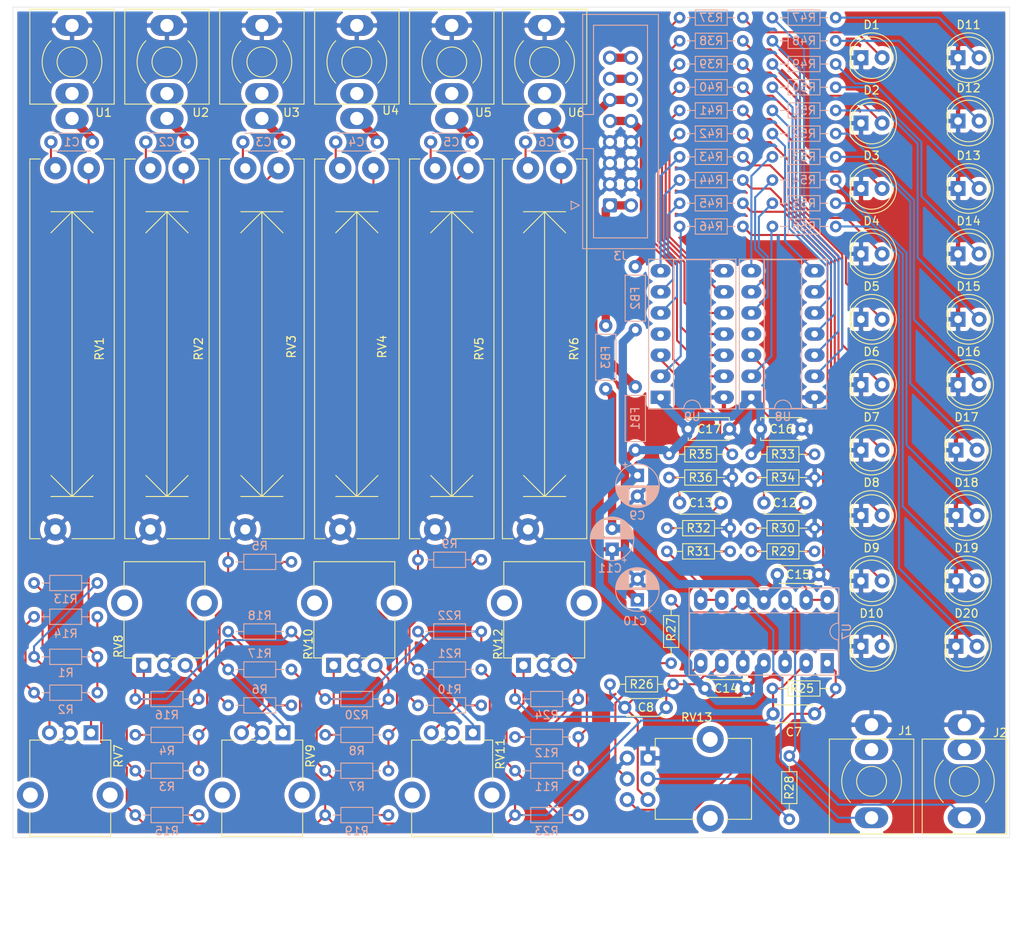
<source format=kicad_pcb>
(kicad_pcb (version 20171130) (host pcbnew "(5.1.10)-1")
  (layers (0 F.Cu signal) (31 B.Cu signal) (34 B.Paste user) (35 F.Paste user) (36 B.SilkS user) (37 F.SilkS user) (38 B.Mask user) (39 F.Mask user) (44 Edge.Cuts user))
  (net 0 "")
  (net 1 "Net-(C1-Pad2)")
  (net 2 "Net-(C1-Pad1)")
  (net 3 "Net-(C2-Pad2)")
  (net 4 "Net-(C2-Pad1)")
  (net 5 "Net-(C3-Pad2)")
  (net 6 "Net-(C3-Pad1)")
  (net 7 "Net-(C4-Pad1)")
  (net 8 "Net-(C4-Pad2)")
  (net 9 "Net-(C5-Pad1)")
  (net 10 "Net-(C5-Pad2)")
  (net 11 "Net-(C6-Pad2)")
  (net 12 "Net-(C6-Pad1)")
  (net 13 "Net-(C7-Pad2)")
  (net 14 "Net-(C7-Pad1)")
  (net 15 "Net-(C8-Pad1)")
  (net 16 "Net-(C8-Pad2)")
  (net 17 GND)
  (net 18 "Net-(C14-Pad1)")
  (net 19 "Net-(C11-Pad2)")
  (net 20 "Net-(C12-Pad2)")
  (net 21 "Net-(C12-Pad1)")
  (net 22 "Net-(C13-Pad1)")
  (net 23 "Net-(C13-Pad2)")
  (net 24 +5V)
  (net 25 "Net-(D1-Pad2)")
  (net 26 "Net-(D2-Pad2)")
  (net 27 "Net-(D3-Pad2)")
  (net 28 "Net-(D4-Pad2)")
  (net 29 "Net-(D5-Pad2)")
  (net 30 "Net-(D6-Pad2)")
  (net 31 "Net-(D7-Pad2)")
  (net 32 "Net-(D8-Pad2)")
  (net 33 "Net-(D9-Pad2)")
  (net 34 "Net-(D10-Pad2)")
  (net 35 "Net-(D11-Pad2)")
  (net 36 "Net-(D12-Pad2)")
  (net 37 "Net-(D13-Pad2)")
  (net 38 "Net-(D14-Pad2)")
  (net 39 "Net-(D15-Pad2)")
  (net 40 "Net-(D16-Pad2)")
  (net 41 "Net-(D17-Pad2)")
  (net 42 "Net-(D18-Pad2)")
  (net 43 "Net-(D19-Pad2)")
  (net 44 "Net-(D20-Pad2)")
  (net 45 "Net-(FB1-Pad2)")
  (net 46 "Net-(FB2-Pad2)")
  (net 47 "Net-(FB3-Pad2)")
  (net 48 Left)
  (net 49 "Net-(J1-Pad2)")
  (net 50 "Net-(J2-Pad2)")
  (net 51 Right)
  (net 52 "Net-(J3-Pad13)")
  (net 53 "Net-(J3-Pad15)")
  (net 54 "Net-(R1-Pad1)")
  (net 55 "Net-(R1-Pad2)")
  (net 56 "Net-(R14-Pad2)")
  (net 57 "Net-(R3-Pad2)")
  (net 58 "Net-(R15-Pad2)")
  (net 59 "Net-(R16-Pad2)")
  (net 60 "Net-(R5-Pad2)")
  (net 61 "Net-(R17-Pad2)")
  (net 62 "Net-(R18-Pad2)")
  (net 63 "Net-(R19-Pad2)")
  (net 64 "Net-(R7-Pad2)")
  (net 65 "Net-(R20-Pad2)")
  (net 66 "Net-(R21-Pad2)")
  (net 67 "Net-(R10-Pad2)")
  (net 68 "Net-(R10-Pad1)")
  (net 69 "Net-(R11-Pad2)")
  (net 70 "Net-(R11-Pad1)")
  (net 71 "Net-(R12-Pad1)")
  (net 72 "Net-(R27-Pad2)")
  (net 73 "Net-(R28-Pad2)")
  (net 74 "Net-(R29-Pad1)")
  (net 75 "Net-(R31-Pad1)")
  (net 76 LED10_1)
  (net 77 LED9_1)
  (net 78 LED8_1)
  (net 79 LED7_1)
  (net 80 LED6_1)
  (net 81 LED5_1)
  (net 82 LED4_1)
  (net 83 LED3_1)
  (net 84 LED2_1)
  (net 85 LED1_1)
  (net 86 LED10_2)
  (net 87 LED9_2)
  (net 88 LED8_2)
  (net 89 LED7_2)
  (net 90 LED6_2)
  (net 91 LED5_2)
  (net 92 LED4_2)
  (net 93 LED3_2)
  (net 94 LED2_2)
  (net 95 LED1_2)
  (net 96 "Net-(U1-Pad2)")
  (net 97 "Net-(U2-Pad2)")
  (net 98 "Net-(U3-Pad2)")
  (net 99 "Net-(U4-Pad2)")
  (net 100 "Net-(U5-Pad2)")
  (net 101 "Net-(U6-Pad2)")
  (net 102 "Net-(U8-Pad4)")
  (net 103 "Net-(U9-Pad4)")
  (module Capacitor_THT:C_Disc_D4.7mm_W2.5mm_P5.00mm (layer F.Cu) (at 219.964 77.47)
    (fp_text reference C12 (at 2.5 0) (layer F.SilkS))
    (fp_text value 100nf)
    (pad 2 thru_hole circle (at 5 0) (size 1.6 1.6) (drill 0.8) (layers *.Cu *.Mask) (net 20 "Net-(C12-Pad2)"))
    (pad 1 thru_hole circle (at 0 0) (size 1.6 1.6) (drill 0.8) (layers *.Cu *.Mask) (net 21 "Net-(C12-Pad1)"))
  )
  (module Resistor_THT:R_Axial_DIN0204_L3.6mm_D1.6mm_P7.62mm_Horizontal (layer F.Cu) (at 218.44 83.312)
    (fp_text reference R29 (at 3.81 0) (layer F.SilkS))
    (fp_text value 10k)
    (pad 2 thru_hole oval (at 7.62 0) (size 1.4 1.4) (drill 0.7) (layers *.Cu *.Mask) (net 20 "Net-(C12-Pad2)"))
    (pad 1 thru_hole circle (at 0 0) (size 1.4 1.4) (drill 0.7) (layers *.Cu *.Mask) (net 74 "Net-(R29-Pad1)"))
  )
  (module Resistor_THT:R_Axial_DIN0204_L3.6mm_D1.6mm_P7.62mm_Horizontal (layer F.Cu) (at 218.44 80.518)
    (fp_text reference R30 (at 3.81 0) (layer F.SilkS))
    (fp_text value 10k)
    (pad 1 thru_hole circle (at 0 0) (size 1.4 1.4) (drill 0.7) (layers *.Cu *.Mask) (net 20 "Net-(C12-Pad2)"))
    (pad 2 thru_hole oval (at 7.62 0) (size 1.4 1.4) (drill 0.7) (layers *.Cu *.Mask) (net 17 GND))
  )
  (module Resistor_THT:R_Axial_DIN0204_L3.6mm_D1.6mm_P7.62mm_Horizontal (layer F.Cu) (at 218.44 71.628)
    (fp_text reference R33 (at 3.81 0) (layer F.SilkS))
    (fp_text value 100k)
    (pad 2 thru_hole oval (at 7.62 0) (size 1.4 1.4) (drill 0.7) (layers *.Cu *.Mask) (net 21 "Net-(C12-Pad1)"))
    (pad 1 thru_hole circle (at 0 0) (size 1.4 1.4) (drill 0.7) (layers *.Cu *.Mask) (net 24 +5V))
  )
  (module Resistor_THT:R_Axial_DIN0204_L3.6mm_D1.6mm_P7.62mm_Horizontal (layer F.Cu) (at 218.44 74.422)
    (fp_text reference R34 (at 3.81 0) (layer F.SilkS))
    (fp_text value 100k)
    (pad 1 thru_hole circle (at 0 0) (size 1.4 1.4) (drill 0.7) (layers *.Cu *.Mask) (net 21 "Net-(C12-Pad1)"))
    (pad 2 thru_hole oval (at 7.62 0) (size 1.4 1.4) (drill 0.7) (layers *.Cu *.Mask) (net 17 GND))
  )
  (module Capacitor_THT:C_Disc_D4.3mm_W1.9mm_P5.00mm (layer B.Cu) (at 134.112 34.036)
    (fp_text reference C1 (at 2.5 0 180) (layer B.SilkS) (effects (justify mirror)))
    (fp_text value .1uf)
    (pad 2 thru_hole circle (at 5 0) (size 1.6 1.6) (drill 0.8) (layers *.Cu *.Mask) (net 1 "Net-(C1-Pad2)"))
    (pad 1 thru_hole circle (at 0 0) (size 1.6 1.6) (drill 0.8) (layers *.Cu *.Mask) (net 2 "Net-(C1-Pad1)"))
  )
  (module Capacitor_THT:C_Disc_D4.3mm_W1.9mm_P5.00mm (layer B.Cu) (at 145.542 34.036)
    (fp_text reference C2 (at 2.5 0) (layer B.SilkS) (effects (justify mirror)))
    (fp_text value .1uf)
    (pad 2 thru_hole circle (at 5 0) (size 1.6 1.6) (drill 0.8) (layers *.Cu *.Mask) (net 3 "Net-(C2-Pad2)"))
    (pad 1 thru_hole circle (at 0 0) (size 1.6 1.6) (drill 0.8) (layers *.Cu *.Mask) (net 4 "Net-(C2-Pad1)"))
  )
  (module Capacitor_THT:C_Disc_D4.3mm_W1.9mm_P5.00mm (layer B.Cu) (at 157.226 34.036)
    (fp_text reference C3 (at 2.5 0) (layer B.SilkS) (effects (justify mirror)))
    (fp_text value .1uf)
    (pad 2 thru_hole circle (at 5 0) (size 1.6 1.6) (drill 0.8) (layers *.Cu *.Mask) (net 5 "Net-(C3-Pad2)"))
    (pad 1 thru_hole circle (at 0 0) (size 1.6 1.6) (drill 0.8) (layers *.Cu *.Mask) (net 6 "Net-(C3-Pad1)"))
  )
  (module Capacitor_THT:C_Disc_D4.3mm_W1.9mm_P5.00mm (layer B.Cu) (at 168.402 34.036)
    (fp_text reference C4 (at 2.5 0) (layer B.SilkS) (effects (justify mirror)))
    (fp_text value .1uf)
    (pad 1 thru_hole circle (at 0 0) (size 1.6 1.6) (drill 0.8) (layers *.Cu *.Mask) (net 7 "Net-(C4-Pad1)"))
    (pad 2 thru_hole circle (at 5 0) (size 1.6 1.6) (drill 0.8) (layers *.Cu *.Mask) (net 8 "Net-(C4-Pad2)"))
  )
  (module Capacitor_THT:C_Disc_D4.3mm_W1.9mm_P5.00mm (layer B.Cu) (at 179.832 34.036)
    (fp_text reference C5 (at 2.5 0) (layer B.SilkS) (effects (justify mirror)))
    (fp_text value .1uf)
    (pad 1 thru_hole circle (at 0 0) (size 1.6 1.6) (drill 0.8) (layers *.Cu *.Mask) (net 9 "Net-(C5-Pad1)"))
    (pad 2 thru_hole circle (at 5 0) (size 1.6 1.6) (drill 0.8) (layers *.Cu *.Mask) (net 10 "Net-(C5-Pad2)"))
  )
  (module Capacitor_THT:C_Disc_D4.3mm_W1.9mm_P5.00mm (layer B.Cu) (at 191.262 34.036)
    (fp_text reference C6 (at 2.5 0) (layer B.SilkS) (effects (justify mirror)))
    (fp_text value .1uf)
    (pad 2 thru_hole circle (at 5 0) (size 1.6 1.6) (drill 0.8) (layers *.Cu *.Mask) (net 11 "Net-(C6-Pad2)"))
    (pad 1 thru_hole circle (at 0 0) (size 1.6 1.6) (drill 0.8) (layers *.Cu *.Mask) (net 12 "Net-(C6-Pad1)"))
  )
  (module Capacitor_THT:C_Disc_D4.3mm_W1.9mm_P5.00mm (layer F.Cu) (at 226.06 102.87 180)
    (fp_text reference C7 (at 2.5 -2.2) (layer F.SilkS))
    (fp_text value 22pf)
    (pad 2 thru_hole circle (at 5 0 180) (size 1.6 1.6) (drill 0.8) (layers *.Cu *.Mask) (net 13 "Net-(C7-Pad2)"))
    (pad 1 thru_hole circle (at 0 0 180) (size 1.6 1.6) (drill 0.8) (layers *.Cu *.Mask) (net 14 "Net-(C7-Pad1)"))
  )
  (module Capacitor_THT:C_Disc_D4.3mm_W1.9mm_P5.00mm (layer F.Cu) (at 203.2 102.108)
    (fp_text reference C8 (at 2.54 0) (layer F.SilkS))
    (fp_text value 22pf)
    (pad 1 thru_hole circle (at 0 0) (size 1.6 1.6) (drill 0.8) (layers *.Cu *.Mask) (net 15 "Net-(C8-Pad1)"))
    (pad 2 thru_hole circle (at 5 0) (size 1.6 1.6) (drill 0.8) (layers *.Cu *.Mask) (net 16 "Net-(C8-Pad2)"))
  )
  (module Capacitor_THT:CP_Radial_D5.0mm_P2.50mm (layer B.Cu) (at 204.724 74.168 270)
    (fp_text reference C9 (at 4.826 0 180) (layer B.SilkS) (effects (justify mirror)))
    (fp_text value 10uf)
    (pad 2 thru_hole circle (at 2.5 0 270) (size 1.6 1.6) (drill 0.8) (layers *.Cu *.Mask) (net 17 GND))
    (pad 1 thru_hole rect (at 0 0 270) (size 1.6 1.6) (drill 0.8) (layers *.Cu *.Mask) (net 18 "Net-(C14-Pad1)"))
  )
  (module Capacitor_THT:CP_Radial_D5.0mm_P2.50mm (layer B.Cu) (at 204.724 89.154 90)
    (fp_text reference C10 (at -2.54 -0.254 180) (layer B.SilkS) (effects (justify mirror)))
    (fp_text value 10uf)
    (pad 1 thru_hole rect (at 0 0 90) (size 1.6 1.6) (drill 0.8) (layers *.Cu *.Mask) (net 24 +5V))
    (pad 2 thru_hole circle (at 2.5 0 90) (size 1.6 1.6) (drill 0.8) (layers *.Cu *.Mask) (net 17 GND))
  )
  (module Capacitor_THT:CP_Radial_D5.0mm_P2.50mm (layer B.Cu) (at 201.676 83.058 90)
    (fp_text reference C11 (at -2.286 -0.254 180) (layer B.SilkS) (effects (justify mirror)))
    (fp_text value 10uf)
    (pad 1 thru_hole rect (at 0 0 90) (size 1.6 1.6) (drill 0.8) (layers *.Cu *.Mask) (net 17 GND))
    (pad 2 thru_hole circle (at 2.5 0 90) (size 1.6 1.6) (drill 0.8) (layers *.Cu *.Mask) (net 19 "Net-(C11-Pad2)"))
  )
  (module Capacitor_THT:C_Disc_D4.7mm_W2.5mm_P5.00mm (layer F.Cu) (at 209.804 77.47)
    (fp_text reference C13 (at 2.54 0) (layer F.SilkS))
    (fp_text value 100nf)
    (pad 1 thru_hole circle (at 0 0) (size 1.6 1.6) (drill 0.8) (layers *.Cu *.Mask) (net 22 "Net-(C13-Pad1)"))
    (pad 2 thru_hole circle (at 5 0) (size 1.6 1.6) (drill 0.8) (layers *.Cu *.Mask) (net 23 "Net-(C13-Pad2)"))
  )
  (module Capacitor_THT:C_Disc_D4.3mm_W1.9mm_P5.00mm (layer F.Cu) (at 212.852 99.822)
    (fp_text reference C14 (at 2.54 0) (layer F.SilkS))
    (fp_text value 100nf)
    (pad 1 thru_hole circle (at 0 0) (size 1.6 1.6) (drill 0.8) (layers *.Cu *.Mask) (net 18 "Net-(C14-Pad1)"))
    (pad 2 thru_hole circle (at 5 0) (size 1.6 1.6) (drill 0.8) (layers *.Cu *.Mask) (net 17 GND))
  )
  (module Capacitor_THT:C_Disc_D4.3mm_W1.9mm_P5.00mm (layer F.Cu) (at 226.568 86.106 180)
    (fp_text reference C15 (at 2.5 0) (layer F.SilkS))
    (fp_text value 100nf)
    (pad 1 thru_hole circle (at 0 0 180) (size 1.6 1.6) (drill 0.8) (layers *.Cu *.Mask) (net 17 GND))
    (pad 2 thru_hole circle (at 5 0 180) (size 1.6 1.6) (drill 0.8) (layers *.Cu *.Mask) (net 19 "Net-(C11-Pad2)"))
  )
  (module Capacitor_THT:C_Disc_D4.7mm_W2.5mm_P5.00mm (layer F.Cu) (at 219.536 68.58)
    (fp_text reference C16 (at 2.54 0) (layer F.SilkS))
    (fp_text value 100n)
    (pad 1 thru_hole circle (at 0 0) (size 1.6 1.6) (drill 0.8) (layers *.Cu *.Mask) (net 24 +5V))
    (pad 2 thru_hole circle (at 5 0) (size 1.6 1.6) (drill 0.8) (layers *.Cu *.Mask) (net 17 GND))
  )
  (module Capacitor_THT:C_Disc_D4.7mm_W2.5mm_P5.00mm (layer F.Cu) (at 210.82 68.58)
    (fp_text reference C17 (at 2.54 0) (layer F.SilkS))
    (fp_text value 100n)
    (pad 2 thru_hole circle (at 5 0) (size 1.6 1.6) (drill 0.8) (layers *.Cu *.Mask) (net 17 GND))
    (pad 1 thru_hole circle (at 0 0) (size 1.6 1.6) (drill 0.8) (layers *.Cu *.Mask) (net 24 +5V))
  )
  (module LED_THT:LED_D5.0mm (layer F.Cu) (at 231.648 23.876)
    (fp_text reference D1 (at 1.27 -3.96) (layer F.SilkS))
    (fp_text value LED_RED)
    (pad 1 thru_hole rect (at 0 0) (size 1.8 1.8) (drill 0.9) (layers *.Cu *.Mask) (net 17 GND))
    (pad 2 thru_hole circle (at 2.54 0) (size 1.8 1.8) (drill 0.9) (layers *.Cu *.Mask) (net 25 "Net-(D1-Pad2)"))
  )
  (module LED_THT:LED_D5.0mm (layer F.Cu) (at 231.648 31.75)
    (fp_text reference D2 (at 1.27 -3.96) (layer F.SilkS))
    (fp_text value LED_YELLOW)
    (pad 1 thru_hole rect (at 0 0) (size 1.8 1.8) (drill 0.9) (layers *.Cu *.Mask) (net 17 GND))
    (pad 2 thru_hole circle (at 2.54 0) (size 1.8 1.8) (drill 0.9) (layers *.Cu *.Mask) (net 26 "Net-(D2-Pad2)"))
  )
  (module LED_THT:LED_D5.0mm (layer F.Cu) (at 231.648 39.624)
    (fp_text reference D3 (at 1.27 -3.96) (layer F.SilkS))
    (fp_text value LED)
    (pad 1 thru_hole rect (at 0 0) (size 1.8 1.8) (drill 0.9) (layers *.Cu *.Mask) (net 17 GND))
    (pad 2 thru_hole circle (at 2.54 0) (size 1.8 1.8) (drill 0.9) (layers *.Cu *.Mask) (net 27 "Net-(D3-Pad2)"))
  )
  (module LED_THT:LED_D5.0mm (layer F.Cu) (at 231.648 47.498)
    (fp_text reference D4 (at 1.27 -3.96) (layer F.SilkS))
    (fp_text value LED)
    (pad 2 thru_hole circle (at 2.54 0) (size 1.8 1.8) (drill 0.9) (layers *.Cu *.Mask) (net 28 "Net-(D4-Pad2)"))
    (pad 1 thru_hole rect (at 0 0) (size 1.8 1.8) (drill 0.9) (layers *.Cu *.Mask) (net 17 GND))
  )
  (module LED_THT:LED_D5.0mm (layer F.Cu) (at 231.648 55.372)
    (fp_text reference D5 (at 1.27 -3.96) (layer F.SilkS))
    (fp_text value LED)
    (pad 2 thru_hole circle (at 2.54 0) (size 1.8 1.8) (drill 0.9) (layers *.Cu *.Mask) (net 29 "Net-(D5-Pad2)"))
    (pad 1 thru_hole rect (at 0 0) (size 1.8 1.8) (drill 0.9) (layers *.Cu *.Mask) (net 17 GND))
  )
  (module LED_THT:LED_D5.0mm (layer F.Cu) (at 231.648 63.246)
    (fp_text reference D6 (at 1.27 -3.96) (layer F.SilkS))
    (fp_text value LED)
    (pad 2 thru_hole circle (at 2.54 0) (size 1.8 1.8) (drill 0.9) (layers *.Cu *.Mask) (net 30 "Net-(D6-Pad2)"))
    (pad 1 thru_hole rect (at 0 0) (size 1.8 1.8) (drill 0.9) (layers *.Cu *.Mask) (net 17 GND))
  )
  (module LED_THT:LED_D5.0mm (layer F.Cu) (at 231.648 71.12)
    (fp_text reference D7 (at 1.27 -3.96) (layer F.SilkS))
    (fp_text value LED)
    (pad 1 thru_hole rect (at 0 0) (size 1.8 1.8) (drill 0.9) (layers *.Cu *.Mask) (net 17 GND))
    (pad 2 thru_hole circle (at 2.54 0) (size 1.8 1.8) (drill 0.9) (layers *.Cu *.Mask) (net 31 "Net-(D7-Pad2)"))
  )
  (module LED_THT:LED_D5.0mm (layer F.Cu) (at 231.648 78.994)
    (fp_text reference D8 (at 1.27 -3.96) (layer F.SilkS))
    (fp_text value LED)
    (pad 2 thru_hole circle (at 2.54 0) (size 1.8 1.8) (drill 0.9) (layers *.Cu *.Mask) (net 32 "Net-(D8-Pad2)"))
    (pad 1 thru_hole rect (at 0 0) (size 1.8 1.8) (drill 0.9) (layers *.Cu *.Mask) (net 17 GND))
  )
  (module LED_THT:LED_D5.0mm (layer F.Cu) (at 231.648 86.868)
    (fp_text reference D9 (at 1.27 -3.96) (layer F.SilkS))
    (fp_text value LED)
    (pad 1 thru_hole rect (at 0 0) (size 1.8 1.8) (drill 0.9) (layers *.Cu *.Mask) (net 17 GND))
    (pad 2 thru_hole circle (at 2.54 0) (size 1.8 1.8) (drill 0.9) (layers *.Cu *.Mask) (net 33 "Net-(D9-Pad2)"))
  )
  (module LED_THT:LED_D5.0mm (layer F.Cu) (at 231.648 94.742)
    (fp_text reference D10 (at 1.27 -3.96) (layer F.SilkS))
    (fp_text value LED)
    (pad 2 thru_hole circle (at 2.54 0) (size 1.8 1.8) (drill 0.9) (layers *.Cu *.Mask) (net 34 "Net-(D10-Pad2)"))
    (pad 1 thru_hole rect (at 0 0) (size 1.8 1.8) (drill 0.9) (layers *.Cu *.Mask) (net 17 GND))
  )
  (module LED_THT:LED_D5.0mm (layer F.Cu) (at 243.332 23.876)
    (fp_text reference D11 (at 1.27 -3.96) (layer F.SilkS))
    (fp_text value LED_RED)
    (pad 1 thru_hole rect (at 0 0) (size 1.8 1.8) (drill 0.9) (layers *.Cu *.Mask) (net 17 GND))
    (pad 2 thru_hole circle (at 2.54 0) (size 1.8 1.8) (drill 0.9) (layers *.Cu *.Mask) (net 35 "Net-(D11-Pad2)"))
  )
  (module LED_THT:LED_D5.0mm (layer F.Cu) (at 243.332 31.496)
    (fp_text reference D12 (at 1.27 -3.96) (layer F.SilkS))
    (fp_text value LED_YELLOW)
    (pad 2 thru_hole circle (at 2.54 0) (size 1.8 1.8) (drill 0.9) (layers *.Cu *.Mask) (net 36 "Net-(D12-Pad2)"))
    (pad 1 thru_hole rect (at 0 0) (size 1.8 1.8) (drill 0.9) (layers *.Cu *.Mask) (net 17 GND))
  )
  (module LED_THT:LED_D5.0mm (layer F.Cu) (at 243.332 39.624)
    (fp_text reference D13 (at 1.27 -3.96) (layer F.SilkS))
    (fp_text value LED)
    (pad 1 thru_hole rect (at 0 0) (size 1.8 1.8) (drill 0.9) (layers *.Cu *.Mask) (net 17 GND))
    (pad 2 thru_hole circle (at 2.54 0) (size 1.8 1.8) (drill 0.9) (layers *.Cu *.Mask) (net 37 "Net-(D13-Pad2)"))
  )
  (module LED_THT:LED_D5.0mm (layer F.Cu) (at 243.332 47.498)
    (fp_text reference D14 (at 1.27 -3.96) (layer F.SilkS))
    (fp_text value LED)
    (pad 2 thru_hole circle (at 2.54 0) (size 1.8 1.8) (drill 0.9) (layers *.Cu *.Mask) (net 38 "Net-(D14-Pad2)"))
    (pad 1 thru_hole rect (at 0 0) (size 1.8 1.8) (drill 0.9) (layers *.Cu *.Mask) (net 17 GND))
  )
  (module LED_THT:LED_D5.0mm (layer F.Cu) (at 243.332 55.372)
    (fp_text reference D15 (at 1.27 -3.96) (layer F.SilkS))
    (fp_text value LED)
    (pad 1 thru_hole rect (at 0 0) (size 1.8 1.8) (drill 0.9) (layers *.Cu *.Mask) (net 17 GND))
    (pad 2 thru_hole circle (at 2.54 0) (size 1.8 1.8) (drill 0.9) (layers *.Cu *.Mask) (net 39 "Net-(D15-Pad2)"))
  )
  (module LED_THT:LED_D5.0mm (layer F.Cu) (at 243.332 63.246)
    (fp_text reference D16 (at 1.27 -3.96) (layer F.SilkS))
    (fp_text value LED)
    (pad 2 thru_hole circle (at 2.54 0) (size 1.8 1.8) (drill 0.9) (layers *.Cu *.Mask) (net 40 "Net-(D16-Pad2)"))
    (pad 1 thru_hole rect (at 0 0) (size 1.8 1.8) (drill 0.9) (layers *.Cu *.Mask) (net 17 GND))
  )
  (module LED_THT:LED_D5.0mm (layer F.Cu) (at 243.078 71.12)
    (fp_text reference D17 (at 1.27 -3.96) (layer F.SilkS))
    (fp_text value LED)
    (pad 1 thru_hole rect (at 0 0) (size 1.8 1.8) (drill 0.9) (layers *.Cu *.Mask) (net 17 GND))
    (pad 2 thru_hole circle (at 2.54 0) (size 1.8 1.8) (drill 0.9) (layers *.Cu *.Mask) (net 41 "Net-(D17-Pad2)"))
  )
  (module LED_THT:LED_D5.0mm (layer F.Cu) (at 243.078 78.994)
    (fp_text reference D18 (at 1.27 -3.96) (layer F.SilkS))
    (fp_text value LED)
    (pad 2 thru_hole circle (at 2.54 0) (size 1.8 1.8) (drill 0.9) (layers *.Cu *.Mask) (net 42 "Net-(D18-Pad2)"))
    (pad 1 thru_hole rect (at 0 0) (size 1.8 1.8) (drill 0.9) (layers *.Cu *.Mask) (net 17 GND))
  )
  (module LED_THT:LED_D5.0mm (layer F.Cu) (at 243.078 86.868)
    (fp_text reference D19 (at 1.27 -3.96) (layer F.SilkS))
    (fp_text value LED)
    (pad 1 thru_hole rect (at 0 0) (size 1.8 1.8) (drill 0.9) (layers *.Cu *.Mask) (net 17 GND))
    (pad 2 thru_hole circle (at 2.54 0) (size 1.8 1.8) (drill 0.9) (layers *.Cu *.Mask) (net 43 "Net-(D19-Pad2)"))
  )
  (module LED_THT:LED_D5.0mm (layer F.Cu) (at 243.078 94.742)
    (fp_text reference D20 (at 1.27 -3.96) (layer F.SilkS))
    (fp_text value LED)
    (pad 2 thru_hole circle (at 2.54 0) (size 1.8 1.8) (drill 0.9) (layers *.Cu *.Mask) (net 44 "Net-(D20-Pad2)"))
    (pad 1 thru_hole rect (at 0 0) (size 1.8 1.8) (drill 0.9) (layers *.Cu *.Mask) (net 17 GND))
  )
  (module Inductor_THT:L_Axial_L5.3mm_D2.2mm_P7.62mm_Horizontal_Vishay_IM-1 (layer B.Cu) (at 204.47 71.12 90)
    (fp_text reference FB1 (at 3.81 0 270) (layer B.SilkS) (effects (justify mirror)))
    (fp_text value Ferrite_Bead_Small)
    (pad 1 thru_hole circle (at 0 0 90) (size 1.6 1.6) (drill 0.8) (layers *.Cu *.Mask) (net 24 +5V))
    (pad 2 thru_hole oval (at 7.62 0 90) (size 1.6 1.6) (drill 0.8) (layers *.Cu *.Mask) (net 45 "Net-(FB1-Pad2)"))
  )
  (module Inductor_THT:L_Axial_L5.3mm_D2.2mm_P7.62mm_Horizontal_Vishay_IM-1 (layer B.Cu) (at 204.47 56.642 90)
    (fp_text reference FB2 (at 3.81 0 270) (layer B.SilkS) (effects (justify mirror)))
    (fp_text value Ferrite_Bead_Small)
    (pad 2 thru_hole oval (at 7.62 0 90) (size 1.6 1.6) (drill 0.8) (layers *.Cu *.Mask) (net 46 "Net-(FB2-Pad2)"))
    (pad 1 thru_hole circle (at 0 0 90) (size 1.6 1.6) (drill 0.8) (layers *.Cu *.Mask) (net 18 "Net-(C14-Pad1)"))
  )
  (module Inductor_THT:L_Axial_L5.3mm_D2.2mm_P7.62mm_Horizontal_Vishay_IM-1 (layer B.Cu) (at 200.914 63.754 90)
    (fp_text reference FB3 (at 3.81 0 270) (layer B.SilkS) (effects (justify mirror)))
    (fp_text value Ferrite_Bead_Small)
    (pad 1 thru_hole circle (at 0 0 90) (size 1.6 1.6) (drill 0.8) (layers *.Cu *.Mask) (net 19 "Net-(C11-Pad2)"))
    (pad 2 thru_hole oval (at 7.62 0 90) (size 1.6 1.6) (drill 0.8) (layers *.Cu *.Mask) (net 47 "Net-(FB3-Pad2)"))
  )
  (module Connector_Audio:PJ-3001_Mono_Phone (layer F.Cu) (at 222.758 107.188 90)
    (fp_text reference J1 (at 2.286 14.224 180) (layer F.SilkS))
    (fp_text value benjolin_1.6-eagle-import_PJ301_THONKICONN6)
    (pad 3 thru_hole oval (at -8.2 10.16 90) (size 2.5 4) (drill 1.6) (layers *.Cu *.Mask) (net 48 Left))
    (pad 2 thru_hole oval (at 0 10.16 90) (size 2.5 4) (drill 1.6) (layers *.Cu *.Mask) (net 49 "Net-(J1-Pad2)"))
    (pad 1 thru_hole oval (at 3 10.16 90) (size 2.5 4) (drill 1.6) (layers *.Cu *.Mask) (net 17 GND))
  )
  (module Connector_Audio:PJ-3001_Mono_Phone (layer F.Cu) (at 233.934 107.188 90)
    (fp_text reference J2 (at 2.032 14.478 180) (layer F.SilkS))
    (fp_text value benjolin_1.6-eagle-import_PJ301_THONKICONN6)
    (pad 1 thru_hole oval (at 3 10.16 90) (size 2.5 4) (drill 1.6) (layers *.Cu *.Mask) (net 17 GND))
    (pad 2 thru_hole oval (at 0 10.16 90) (size 2.5 4) (drill 1.6) (layers *.Cu *.Mask) (net 50 "Net-(J2-Pad2)"))
    (pad 3 thru_hole oval (at -8.2 10.16 90) (size 2.5 4) (drill 1.6) (layers *.Cu *.Mask) (net 51 Right))
  )
  (module Connector_IDC:IDC-Header_2x08_P2.54mm_Vertical (layer B.Cu) (at 201.422 41.656)
    (fp_text reference J3 (at 1.27 6.1) (layer B.SilkS) (effects (justify mirror)))
    (fp_text value Conn_02x08_Odd_Even)
    (pad 1 thru_hole roundrect (at 0 0) (size 1.7 1.7) (drill 1) (layers *.Cu *.Mask) (roundrect_rratio 0.147059) (net 47 "Net-(FB3-Pad2)"))
    (pad 3 thru_hole circle (at 0 -2.54) (size 1.7 1.7) (drill 1) (layers *.Cu *.Mask) (net 17 GND))
    (pad 5 thru_hole circle (at 0 -5.08) (size 1.7 1.7) (drill 1) (layers *.Cu *.Mask) (net 17 GND))
    (pad 7 thru_hole circle (at 0 -7.62) (size 1.7 1.7) (drill 1) (layers *.Cu *.Mask) (net 17 GND))
    (pad 9 thru_hole circle (at 0 -10.16) (size 1.7 1.7) (drill 1) (layers *.Cu *.Mask) (net 46 "Net-(FB2-Pad2)"))
    (pad 11 thru_hole circle (at 0 -12.7) (size 1.7 1.7) (drill 1) (layers *.Cu *.Mask) (net 45 "Net-(FB1-Pad2)"))
    (pad 13 thru_hole circle (at 0 -15.24) (size 1.7 1.7) (drill 1) (layers *.Cu *.Mask) (net 52 "Net-(J3-Pad13)"))
    (pad 15 thru_hole circle (at 0 -17.78) (size 1.7 1.7) (drill 1) (layers *.Cu *.Mask) (net 53 "Net-(J3-Pad15)"))
    (pad 2 thru_hole circle (at 2.54 0) (size 1.7 1.7) (drill 1) (layers *.Cu *.Mask) (net 47 "Net-(FB3-Pad2)"))
    (pad 4 thru_hole circle (at 2.54 -2.54) (size 1.7 1.7) (drill 1) (layers *.Cu *.Mask) (net 17 GND))
    (pad 6 thru_hole circle (at 2.54 -5.08) (size 1.7 1.7) (drill 1) (layers *.Cu *.Mask) (net 17 GND))
    (pad 8 thru_hole circle (at 2.54 -7.62) (size 1.7 1.7) (drill 1) (layers *.Cu *.Mask) (net 17 GND))
    (pad 10 thru_hole circle (at 2.54 -10.16) (size 1.7 1.7) (drill 1) (layers *.Cu *.Mask) (net 46 "Net-(FB2-Pad2)"))
    (pad 12 thru_hole circle (at 2.54 -12.7) (size 1.7 1.7) (drill 1) (layers *.Cu *.Mask) (net 45 "Net-(FB1-Pad2)"))
    (pad 14 thru_hole circle (at 2.54 -15.24) (size 1.7 1.7) (drill 1) (layers *.Cu *.Mask) (net 52 "Net-(J3-Pad13)"))
    (pad 16 thru_hole circle (at 2.54 -17.78) (size 1.7 1.7) (drill 1) (layers *.Cu *.Mask) (net 53 "Net-(J3-Pad15)"))
  )
  (module Resistor_THT:R_Axial_DIN0204_L3.6mm_D1.6mm_P7.62mm_Horizontal (layer B.Cu) (at 132.08 96.012)
    (fp_text reference R1 (at 3.81 1.92) (layer B.SilkS) (effects (justify mirror)))
    (fp_text value 20k)
    (pad 1 thru_hole circle (at 0 0) (size 1.4 1.4) (drill 0.7) (layers *.Cu *.Mask) (net 54 "Net-(R1-Pad1)"))
    (pad 2 thru_hole oval (at 7.62 0) (size 1.4 1.4) (drill 0.7) (layers *.Cu *.Mask) (net 55 "Net-(R1-Pad2)"))
  )
  (module Resistor_THT:R_Axial_DIN0204_L3.6mm_D1.6mm_P7.62mm_Horizontal (layer B.Cu) (at 132.08 100.33)
    (fp_text reference R2 (at 3.81 2.032) (layer B.SilkS) (effects (justify mirror)))
    (fp_text value 20k)
    (pad 2 thru_hole oval (at 7.62 0) (size 1.4 1.4) (drill 0.7) (layers *.Cu *.Mask) (net 55 "Net-(R1-Pad2)"))
    (pad 1 thru_hole circle (at 0 0) (size 1.4 1.4) (drill 0.7) (layers *.Cu *.Mask) (net 56 "Net-(R14-Pad2)"))
  )
  (module Resistor_THT:R_Axial_DIN0204_L3.6mm_D1.6mm_P7.62mm_Horizontal (layer B.Cu) (at 144.272 109.728)
    (fp_text reference R3 (at 3.81 1.92) (layer B.SilkS) (effects (justify mirror)))
    (fp_text value 20k)
    (pad 2 thru_hole oval (at 7.62 0) (size 1.4 1.4) (drill 0.7) (layers *.Cu *.Mask) (net 57 "Net-(R3-Pad2)"))
    (pad 1 thru_hole circle (at 0 0) (size 1.4 1.4) (drill 0.7) (layers *.Cu *.Mask) (net 58 "Net-(R15-Pad2)"))
  )
  (module Resistor_THT:R_Axial_DIN0204_L3.6mm_D1.6mm_P7.62mm_Horizontal (layer B.Cu) (at 144.272 105.41)
    (fp_text reference R4 (at 3.81 1.92) (layer B.SilkS) (effects (justify mirror)))
    (fp_text value 20k)
    (pad 1 thru_hole circle (at 0 0) (size 1.4 1.4) (drill 0.7) (layers *.Cu *.Mask) (net 59 "Net-(R16-Pad2)"))
    (pad 2 thru_hole oval (at 7.62 0) (size 1.4 1.4) (drill 0.7) (layers *.Cu *.Mask) (net 57 "Net-(R3-Pad2)"))
  )
  (module Resistor_THT:R_Axial_DIN0204_L3.6mm_D1.6mm_P7.62mm_Horizontal (layer B.Cu) (at 163.068 84.582 180)
    (fp_text reference R5 (at 3.81 1.92) (layer B.SilkS) (effects (justify mirror)))
    (fp_text value 20k)
    (pad 2 thru_hole oval (at 7.62 0 180) (size 1.4 1.4) (drill 0.7) (layers *.Cu *.Mask) (net 60 "Net-(R5-Pad2)"))
    (pad 1 thru_hole circle (at 0 0 180) (size 1.4 1.4) (drill 0.7) (layers *.Cu *.Mask) (net 61 "Net-(R17-Pad2)"))
  )
  (module Resistor_THT:R_Axial_DIN0204_L3.6mm_D1.6mm_P7.62mm_Horizontal (layer B.Cu) (at 163.068 101.854 180)
    (fp_text reference R6 (at 3.81 1.92) (layer B.SilkS) (effects (justify mirror)))
    (fp_text value 20k)
    (pad 1 thru_hole circle (at 0 0 180) (size 1.4 1.4) (drill 0.7) (layers *.Cu *.Mask) (net 62 "Net-(R18-Pad2)"))
    (pad 2 thru_hole oval (at 7.62 0 180) (size 1.4 1.4) (drill 0.7) (layers *.Cu *.Mask) (net 60 "Net-(R5-Pad2)"))
  )
  (module Resistor_THT:R_Axial_DIN0204_L3.6mm_D1.6mm_P7.62mm_Horizontal (layer B.Cu) (at 167.132 109.728)
    (fp_text reference R7 (at 3.81 1.92) (layer B.SilkS) (effects (justify mirror)))
    (fp_text value 20k)
    (pad 1 thru_hole circle (at 0 0) (size 1.4 1.4) (drill 0.7) (layers *.Cu *.Mask) (net 63 "Net-(R19-Pad2)"))
    (pad 2 thru_hole oval (at 7.62 0) (size 1.4 1.4) (drill 0.7) (layers *.Cu *.Mask) (net 64 "Net-(R7-Pad2)"))
  )
  (module Resistor_THT:R_Axial_DIN0204_L3.6mm_D1.6mm_P7.62mm_Horizontal (layer B.Cu) (at 167.132 105.41)
    (fp_text reference R8 (at 3.81 1.92) (layer B.SilkS) (effects (justify mirror)))
    (fp_text value 20k)
    (pad 2 thru_hole oval (at 7.62 0) (size 1.4 1.4) (drill 0.7) (layers *.Cu *.Mask) (net 64 "Net-(R7-Pad2)"))
    (pad 1 thru_hole circle (at 0 0) (size 1.4 1.4) (drill 0.7) (layers *.Cu *.Mask) (net 65 "Net-(R20-Pad2)"))
  )
  (module Resistor_THT:R_Axial_DIN0204_L3.6mm_D1.6mm_P7.62mm_Horizontal (layer B.Cu) (at 185.928 84.328 180)
    (fp_text reference R9 (at 3.81 1.92) (layer B.SilkS) (effects (justify mirror)))
    (fp_text value 20k)
    (pad 1 thru_hole circle (at 0 0 180) (size 1.4 1.4) (drill 0.7) (layers *.Cu *.Mask) (net 66 "Net-(R21-Pad2)"))
    (pad 2 thru_hole oval (at 7.62 0 180) (size 1.4 1.4) (drill 0.7) (layers *.Cu *.Mask) (net 67 "Net-(R10-Pad2)"))
  )
  (module Resistor_THT:R_Axial_DIN0204_L3.6mm_D1.6mm_P7.62mm_Horizontal (layer B.Cu) (at 185.928 101.854 180)
    (fp_text reference R10 (at 3.81 1.92) (layer B.SilkS) (effects (justify mirror)))
    (fp_text value 20k)
    (pad 2 thru_hole oval (at 7.62 0 180) (size 1.4 1.4) (drill 0.7) (layers *.Cu *.Mask) (net 67 "Net-(R10-Pad2)"))
    (pad 1 thru_hole circle (at 0 0 180) (size 1.4 1.4) (drill 0.7) (layers *.Cu *.Mask) (net 68 "Net-(R10-Pad1)"))
  )
  (module Resistor_THT:R_Axial_DIN0204_L3.6mm_D1.6mm_P7.62mm_Horizontal (layer B.Cu) (at 189.992 109.728)
    (fp_text reference R11 (at 3.81 1.92) (layer B.SilkS) (effects (justify mirror)))
    (fp_text value 20k)
    (pad 2 thru_hole oval (at 7.62 0) (size 1.4 1.4) (drill 0.7) (layers *.Cu *.Mask) (net 69 "Net-(R11-Pad2)"))
    (pad 1 thru_hole circle (at 0 0) (size 1.4 1.4) (drill 0.7) (layers *.Cu *.Mask) (net 70 "Net-(R11-Pad1)"))
  )
  (module Resistor_THT:R_Axial_DIN0204_L3.6mm_D1.6mm_P7.62mm_Horizontal (layer B.Cu) (at 189.992 105.664)
    (fp_text reference R12 (at 3.81 1.92) (layer B.SilkS) (effects (justify mirror)))
    (fp_text value 20k)
    (pad 1 thru_hole circle (at 0 0) (size 1.4 1.4) (drill 0.7) (layers *.Cu *.Mask) (net 71 "Net-(R12-Pad1)"))
    (pad 2 thru_hole oval (at 7.62 0) (size 1.4 1.4) (drill 0.7) (layers *.Cu *.Mask) (net 69 "Net-(R11-Pad2)"))
  )
  (module Resistor_THT:R_Axial_DIN0204_L3.6mm_D1.6mm_P7.62mm_Horizontal (layer B.Cu) (at 132.08 87.122)
    (fp_text reference R13 (at 3.81 1.92) (layer B.SilkS) (effects (justify mirror)))
    (fp_text value 20k)
    (pad 2 thru_hole oval (at 7.62 0) (size 1.4 1.4) (drill 0.7) (layers *.Cu *.Mask) (net 54 "Net-(R1-Pad1)"))
    (pad 1 thru_hole circle (at 0 0) (size 1.4 1.4) (drill 0.7) (layers *.Cu *.Mask) (net 13 "Net-(C7-Pad2)"))
  )
  (module Resistor_THT:R_Axial_DIN0204_L3.6mm_D1.6mm_P7.62mm_Horizontal (layer B.Cu) (at 139.7 91.186 180)
    (fp_text reference R14 (at 3.81 -2.032) (layer B.SilkS) (effects (justify mirror)))
    (fp_text value 20k)
    (pad 1 thru_hole circle (at 0 0 180) (size 1.4 1.4) (drill 0.7) (layers *.Cu *.Mask) (net 16 "Net-(C8-Pad2)"))
    (pad 2 thru_hole oval (at 7.62 0 180) (size 1.4 1.4) (drill 0.7) (layers *.Cu *.Mask) (net 56 "Net-(R14-Pad2)"))
  )
  (module Resistor_THT:R_Axial_DIN0204_L3.6mm_D1.6mm_P7.62mm_Horizontal (layer B.Cu) (at 144.272 115.062)
    (fp_text reference R15 (at 3.81 1.92) (layer B.SilkS) (effects (justify mirror)))
    (fp_text value 20k)
    (pad 1 thru_hole circle (at 0 0) (size 1.4 1.4) (drill 0.7) (layers *.Cu *.Mask) (net 13 "Net-(C7-Pad2)"))
    (pad 2 thru_hole oval (at 7.62 0) (size 1.4 1.4) (drill 0.7) (layers *.Cu *.Mask) (net 58 "Net-(R15-Pad2)"))
  )
  (module Resistor_THT:R_Axial_DIN0204_L3.6mm_D1.6mm_P7.62mm_Horizontal (layer B.Cu) (at 144.272 101.092)
    (fp_text reference R16 (at 3.81 1.92) (layer B.SilkS) (effects (justify mirror)))
    (fp_text value 20k)
    (pad 2 thru_hole oval (at 7.62 0) (size 1.4 1.4) (drill 0.7) (layers *.Cu *.Mask) (net 59 "Net-(R16-Pad2)"))
    (pad 1 thru_hole circle (at 0 0) (size 1.4 1.4) (drill 0.7) (layers *.Cu *.Mask) (net 16 "Net-(C8-Pad2)"))
  )
  (module Resistor_THT:R_Axial_DIN0204_L3.6mm_D1.6mm_P7.62mm_Horizontal (layer B.Cu) (at 163.068 97.536 180)
    (fp_text reference R17 (at 3.81 1.92) (layer B.SilkS) (effects (justify mirror)))
    (fp_text value 20k)
    (pad 1 thru_hole circle (at 0 0 180) (size 1.4 1.4) (drill 0.7) (layers *.Cu *.Mask) (net 13 "Net-(C7-Pad2)"))
    (pad 2 thru_hole oval (at 7.62 0 180) (size 1.4 1.4) (drill 0.7) (layers *.Cu *.Mask) (net 61 "Net-(R17-Pad2)"))
  )
  (module Resistor_THT:R_Axial_DIN0204_L3.6mm_D1.6mm_P7.62mm_Horizontal (layer B.Cu) (at 163.068 92.964 180)
    (fp_text reference R18 (at 3.81 1.92) (layer B.SilkS) (effects (justify mirror)))
    (fp_text value 20k)
    (pad 2 thru_hole oval (at 7.62 0 180) (size 1.4 1.4) (drill 0.7) (layers *.Cu *.Mask) (net 62 "Net-(R18-Pad2)"))
    (pad 1 thru_hole circle (at 0 0 180) (size 1.4 1.4) (drill 0.7) (layers *.Cu *.Mask) (net 16 "Net-(C8-Pad2)"))
  )
  (module Resistor_THT:R_Axial_DIN0204_L3.6mm_D1.6mm_P7.62mm_Horizontal (layer B.Cu) (at 167.132 115.062)
    (fp_text reference R19 (at 3.81 1.92) (layer B.SilkS) (effects (justify mirror)))
    (fp_text value 20k)
    (pad 2 thru_hole oval (at 7.62 0) (size 1.4 1.4) (drill 0.7) (layers *.Cu *.Mask) (net 63 "Net-(R19-Pad2)"))
    (pad 1 thru_hole circle (at 0 0) (size 1.4 1.4) (drill 0.7) (layers *.Cu *.Mask) (net 13 "Net-(C7-Pad2)"))
  )
  (module Resistor_THT:R_Axial_DIN0204_L3.6mm_D1.6mm_P7.62mm_Horizontal (layer B.Cu) (at 167.132 101.092)
    (fp_text reference R20 (at 3.81 1.92) (layer B.SilkS) (effects (justify mirror)))
    (fp_text value 20k)
    (pad 1 thru_hole circle (at 0 0) (size 1.4 1.4) (drill 0.7) (layers *.Cu *.Mask) (net 16 "Net-(C8-Pad2)"))
    (pad 2 thru_hole oval (at 7.62 0) (size 1.4 1.4) (drill 0.7) (layers *.Cu *.Mask) (net 65 "Net-(R20-Pad2)"))
  )
  (module Resistor_THT:R_Axial_DIN0204_L3.6mm_D1.6mm_P7.62mm_Horizontal (layer B.Cu) (at 185.928 97.536 180)
    (fp_text reference R21 (at 3.81 1.92) (layer B.SilkS) (effects (justify mirror)))
    (fp_text value 20k)
    (pad 2 thru_hole oval (at 7.62 0 180) (size 1.4 1.4) (drill 0.7) (layers *.Cu *.Mask) (net 66 "Net-(R21-Pad2)"))
    (pad 1 thru_hole circle (at 0 0 180) (size 1.4 1.4) (drill 0.7) (layers *.Cu *.Mask) (net 13 "Net-(C7-Pad2)"))
  )
  (module Resistor_THT:R_Axial_DIN0204_L3.6mm_D1.6mm_P7.62mm_Horizontal (layer B.Cu) (at 185.928 92.964 180)
    (fp_text reference R22 (at 3.81 1.92) (layer B.SilkS) (effects (justify mirror)))
    (fp_text value 20k)
    (pad 1 thru_hole circle (at 0 0 180) (size 1.4 1.4) (drill 0.7) (layers *.Cu *.Mask) (net 16 "Net-(C8-Pad2)"))
    (pad 2 thru_hole oval (at 7.62 0 180) (size 1.4 1.4) (drill 0.7) (layers *.Cu *.Mask) (net 68 "Net-(R10-Pad1)"))
  )
  (module Resistor_THT:R_Axial_DIN0204_L3.6mm_D1.6mm_P7.62mm_Horizontal (layer B.Cu) (at 189.992 115.062)
    (fp_text reference R23 (at 3.81 1.92) (layer B.SilkS) (effects (justify mirror)))
    (fp_text value 20k)
    (pad 2 thru_hole oval (at 7.62 0) (size 1.4 1.4) (drill 0.7) (layers *.Cu *.Mask) (net 70 "Net-(R11-Pad1)"))
    (pad 1 thru_hole circle (at 0 0) (size 1.4 1.4) (drill 0.7) (layers *.Cu *.Mask) (net 13 "Net-(C7-Pad2)"))
  )
  (module Resistor_THT:R_Axial_DIN0204_L3.6mm_D1.6mm_P7.62mm_Horizontal (layer B.Cu) (at 189.992 101.092)
    (fp_text reference R24 (at 3.81 1.92) (layer B.SilkS) (effects (justify mirror)))
    (fp_text value 20k)
    (pad 1 thru_hole circle (at 0 0) (size 1.4 1.4) (drill 0.7) (layers *.Cu *.Mask) (net 16 "Net-(C8-Pad2)"))
    (pad 2 thru_hole oval (at 7.62 0) (size 1.4 1.4) (drill 0.7) (layers *.Cu *.Mask) (net 71 "Net-(R12-Pad1)"))
  )
  (module Resistor_THT:R_Axial_DIN0204_L3.6mm_D1.6mm_P7.62mm_Horizontal (layer F.Cu) (at 228.6 99.822 180)
    (fp_text reference R25 (at 4.064 0) (layer F.SilkS))
    (fp_text value 39K)
    (pad 1 thru_hole circle (at 0 0 180) (size 1.4 1.4) (drill 0.7) (layers *.Cu *.Mask) (net 14 "Net-(C7-Pad1)"))
    (pad 2 thru_hole oval (at 7.62 0 180) (size 1.4 1.4) (drill 0.7) (layers *.Cu *.Mask) (net 13 "Net-(C7-Pad2)"))
  )
  (module Resistor_THT:R_Axial_DIN0204_L3.6mm_D1.6mm_P7.62mm_Horizontal (layer F.Cu) (at 201.422 99.314)
    (fp_text reference R26 (at 3.81 0) (layer F.SilkS))
    (fp_text value 39K)
    (pad 2 thru_hole oval (at 7.62 0) (size 1.4 1.4) (drill 0.7) (layers *.Cu *.Mask) (net 16 "Net-(C8-Pad2)"))
    (pad 1 thru_hole circle (at 0 0) (size 1.4 1.4) (drill 0.7) (layers *.Cu *.Mask) (net 15 "Net-(C8-Pad1)"))
  )
  (module Resistor_THT:R_Axial_DIN0204_L3.6mm_D1.6mm_P7.62mm_Horizontal (layer F.Cu) (at 208.788 89.154 270)
    (fp_text reference R27 (at 3.556 0 90) (layer F.SilkS))
    (fp_text value 1k)
    (pad 1 thru_hole circle (at 0 0 270) (size 1.4 1.4) (drill 0.7) (layers *.Cu *.Mask) (net 48 Left))
    (pad 2 thru_hole oval (at 7.62 0 270) (size 1.4 1.4) (drill 0.7) (layers *.Cu *.Mask) (net 72 "Net-(R27-Pad2)"))
  )
  (module Resistor_THT:R_Axial_DIN0204_L3.6mm_D1.6mm_P7.62mm_Horizontal (layer F.Cu) (at 223.012 107.95 270)
    (fp_text reference R28 (at 3.81 0 90) (layer F.SilkS))
    (fp_text value 1k)
    (pad 2 thru_hole oval (at 7.62 0 270) (size 1.4 1.4) (drill 0.7) (layers *.Cu *.Mask) (net 73 "Net-(R28-Pad2)"))
    (pad 1 thru_hole circle (at 0 0 270) (size 1.4 1.4) (drill 0.7) (layers *.Cu *.Mask) (net 51 Right))
  )
  (module Resistor_THT:R_Axial_DIN0204_L3.6mm_D1.6mm_P7.62mm_Horizontal (layer F.Cu) (at 208.28 83.312)
    (fp_text reference R31 (at 3.81 0) (layer F.SilkS))
    (fp_text value 10k)
    (pad 1 thru_hole circle (at 0 0) (size 1.4 1.4) (drill 0.7) (layers *.Cu *.Mask) (net 75 "Net-(R31-Pad1)"))
    (pad 2 thru_hole oval (at 7.62 0) (size 1.4 1.4) (drill 0.7) (layers *.Cu *.Mask) (net 23 "Net-(C13-Pad2)"))
  )
  (module Resistor_THT:R_Axial_DIN0204_L3.6mm_D1.6mm_P7.62mm_Horizontal (layer F.Cu) (at 208.28 80.518)
    (fp_text reference R32 (at 3.81 0) (layer F.SilkS))
    (fp_text value 10k)
    (pad 2 thru_hole oval (at 7.62 0) (size 1.4 1.4) (drill 0.7) (layers *.Cu *.Mask) (net 17 GND))
    (pad 1 thru_hole circle (at 0 0) (size 1.4 1.4) (drill 0.7) (layers *.Cu *.Mask) (net 23 "Net-(C13-Pad2)"))
  )
  (module Resistor_THT:R_Axial_DIN0204_L3.6mm_D1.6mm_P7.62mm_Horizontal (layer F.Cu) (at 208.534 71.628)
    (fp_text reference R35 (at 3.81 0) (layer F.SilkS))
    (fp_text value 100k)
    (pad 2 thru_hole oval (at 7.62 0) (size 1.4 1.4) (drill 0.7) (layers *.Cu *.Mask) (net 22 "Net-(C13-Pad1)"))
    (pad 1 thru_hole circle (at 0 0) (size 1.4 1.4) (drill 0.7) (layers *.Cu *.Mask) (net 24 +5V))
  )
  (module Resistor_THT:R_Axial_DIN0204_L3.6mm_D1.6mm_P7.62mm_Horizontal (layer F.Cu) (at 208.534 74.422)
    (fp_text reference R36 (at 3.81 0) (layer F.SilkS))
    (fp_text value 100k)
    (pad 1 thru_hole circle (at 0 0) (size 1.4 1.4) (drill 0.7) (layers *.Cu *.Mask) (net 22 "Net-(C13-Pad1)"))
    (pad 2 thru_hole oval (at 7.62 0) (size 1.4 1.4) (drill 0.7) (layers *.Cu *.Mask) (net 17 GND))
  )
  (module Resistor_THT:R_Axial_DIN0204_L3.6mm_D1.6mm_P7.62mm_Horizontal (layer B.Cu) (at 217.424 19.05 180)
    (fp_text reference R37 (at 3.81 0) (layer B.SilkS) (effects (justify mirror)))
    (fp_text value 1K)
    (pad 2 thru_hole oval (at 7.62 0 180) (size 1.4 1.4) (drill 0.7) (layers *.Cu *.Mask) (net 76 LED10_1))
    (pad 1 thru_hole circle (at 0 0 180) (size 1.4 1.4) (drill 0.7) (layers *.Cu *.Mask) (net 25 "Net-(D1-Pad2)"))
  )
  (module Resistor_THT:R_Axial_DIN0204_L3.6mm_D1.6mm_P7.62mm_Horizontal (layer B.Cu) (at 217.424 21.844 180)
    (fp_text reference R38 (at 3.81 0) (layer B.SilkS) (effects (justify mirror)))
    (fp_text value 1K)
    (pad 1 thru_hole circle (at 0 0 180) (size 1.4 1.4) (drill 0.7) (layers *.Cu *.Mask) (net 26 "Net-(D2-Pad2)"))
    (pad 2 thru_hole oval (at 7.62 0 180) (size 1.4 1.4) (drill 0.7) (layers *.Cu *.Mask) (net 77 LED9_1))
  )
  (module Resistor_THT:R_Axial_DIN0204_L3.6mm_D1.6mm_P7.62mm_Horizontal (layer B.Cu) (at 217.424 24.638 180)
    (fp_text reference R39 (at 3.81 0) (layer B.SilkS) (effects (justify mirror)))
    (fp_text value 1K)
    (pad 2 thru_hole oval (at 7.62 0 180) (size 1.4 1.4) (drill 0.7) (layers *.Cu *.Mask) (net 78 LED8_1))
    (pad 1 thru_hole circle (at 0 0 180) (size 1.4 1.4) (drill 0.7) (layers *.Cu *.Mask) (net 27 "Net-(D3-Pad2)"))
  )
  (module Resistor_THT:R_Axial_DIN0204_L3.6mm_D1.6mm_P7.62mm_Horizontal (layer B.Cu) (at 217.424 27.432 180)
    (fp_text reference R40 (at 3.81 0) (layer B.SilkS) (effects (justify mirror)))
    (fp_text value 1K)
    (pad 2 thru_hole oval (at 7.62 0 180) (size 1.4 1.4) (drill 0.7) (layers *.Cu *.Mask) (net 79 LED7_1))
    (pad 1 thru_hole circle (at 0 0 180) (size 1.4 1.4) (drill 0.7) (layers *.Cu *.Mask) (net 28 "Net-(D4-Pad2)"))
  )
  (module Resistor_THT:R_Axial_DIN0204_L3.6mm_D1.6mm_P7.62mm_Horizontal (layer B.Cu) (at 217.424 30.226 180)
    (fp_text reference R41 (at 3.81 0) (layer B.SilkS) (effects (justify mirror)))
    (fp_text value 1K)
    (pad 1 thru_hole circle (at 0 0 180) (size 1.4 1.4) (drill 0.7) (layers *.Cu *.Mask) (net 29 "Net-(D5-Pad2)"))
    (pad 2 thru_hole oval (at 7.62 0 180) (size 1.4 1.4) (drill 0.7) (layers *.Cu *.Mask) (net 80 LED6_1))
  )
  (module Resistor_THT:R_Axial_DIN0204_L3.6mm_D1.6mm_P7.62mm_Horizontal (layer B.Cu) (at 217.424 33.02 180)
    (fp_text reference R42 (at 3.81 0) (layer B.SilkS) (effects (justify mirror)))
    (fp_text value 1K)
    (pad 2 thru_hole oval (at 7.62 0 180) (size 1.4 1.4) (drill 0.7) (layers *.Cu *.Mask) (net 81 LED5_1))
    (pad 1 thru_hole circle (at 0 0 180) (size 1.4 1.4) (drill 0.7) (layers *.Cu *.Mask) (net 30 "Net-(D6-Pad2)"))
  )
  (module Resistor_THT:R_Axial_DIN0204_L3.6mm_D1.6mm_P7.62mm_Horizontal (layer B.Cu) (at 217.424 35.814 180)
    (fp_text reference R43 (at 3.81 0) (layer B.SilkS) (effects (justify mirror)))
    (fp_text value 1K)
    (pad 1 thru_hole circle (at 0 0 180) (size 1.4 1.4) (drill 0.7) (layers *.Cu *.Mask) (net 31 "Net-(D7-Pad2)"))
    (pad 2 thru_hole oval (at 7.62 0 180) (size 1.4 1.4) (drill 0.7) (layers *.Cu *.Mask) (net 82 LED4_1))
  )
  (module Resistor_THT:R_Axial_DIN0204_L3.6mm_D1.6mm_P7.62mm_Horizontal (layer B.Cu) (at 217.424 38.608 180)
    (fp_text reference R44 (at 3.81 0) (layer B.SilkS) (effects (justify mirror)))
    (fp_text value 1K)
    (pad 1 thru_hole circle (at 0 0 180) (size 1.4 1.4) (drill 0.7) (layers *.Cu *.Mask) (net 32 "Net-(D8-Pad2)"))
    (pad 2 thru_hole oval (at 7.62 0 180) (size 1.4 1.4) (drill 0.7) (layers *.Cu *.Mask) (net 83 LED3_1))
  )
  (module Resistor_THT:R_Axial_DIN0204_L3.6mm_D1.6mm_P7.62mm_Horizontal (layer B.Cu) (at 217.424 41.402 180)
    (fp_text reference R45 (at 3.81 0) (layer B.SilkS) (effects (justify mirror)))
    (fp_text value 1K)
    (pad 1 thru_hole circle (at 0 0 180) (size 1.4 1.4) (drill 0.7) (layers *.Cu *.Mask) (net 33 "Net-(D9-Pad2)"))
    (pad 2 thru_hole oval (at 7.62 0 180) (size 1.4 1.4) (drill 0.7) (layers *.Cu *.Mask) (net 84 LED2_1))
  )
  (module Resistor_THT:R_Axial_DIN0204_L3.6mm_D1.6mm_P7.62mm_Horizontal (layer B.Cu) (at 217.424 44.196 180)
    (fp_text reference R46 (at 3.81 0) (layer B.SilkS) (effects (justify mirror)))
    (fp_text value 1K)
    (pad 2 thru_hole oval (at 7.62 0 180) (size 1.4 1.4) (drill 0.7) (layers *.Cu *.Mask) (net 85 LED1_1))
    (pad 1 thru_hole circle (at 0 0 180) (size 1.4 1.4) (drill 0.7) (layers *.Cu *.Mask) (net 34 "Net-(D10-Pad2)"))
  )
  (module Resistor_THT:R_Axial_DIN0204_L3.6mm_D1.6mm_P7.62mm_Horizontal (layer B.Cu) (at 228.6 19.05 180)
    (fp_text reference R47 (at 3.81 0) (layer B.SilkS) (effects (justify mirror)))
    (fp_text value 1K)
    (pad 1 thru_hole circle (at 0 0 180) (size 1.4 1.4) (drill 0.7) (layers *.Cu *.Mask) (net 35 "Net-(D11-Pad2)"))
    (pad 2 thru_hole oval (at 7.62 0 180) (size 1.4 1.4) (drill 0.7) (layers *.Cu *.Mask) (net 86 LED10_2))
  )
  (module Resistor_THT:R_Axial_DIN0204_L3.6mm_D1.6mm_P7.62mm_Horizontal (layer B.Cu) (at 228.6 21.844 180)
    (fp_text reference R48 (at 3.81 0) (layer B.SilkS) (effects (justify mirror)))
    (fp_text value 1K)
    (pad 2 thru_hole oval (at 7.62 0 180) (size 1.4 1.4) (drill 0.7) (layers *.Cu *.Mask) (net 87 LED9_2))
    (pad 1 thru_hole circle (at 0 0 180) (size 1.4 1.4) (drill 0.7) (layers *.Cu *.Mask) (net 36 "Net-(D12-Pad2)"))
  )
  (module Resistor_THT:R_Axial_DIN0204_L3.6mm_D1.6mm_P7.62mm_Horizontal (layer B.Cu) (at 228.6 24.638 180)
    (fp_text reference R49 (at 3.81 0) (layer B.SilkS) (effects (justify mirror)))
    (fp_text value 1K)
    (pad 1 thru_hole circle (at 0 0 180) (size 1.4 1.4) (drill 0.7) (layers *.Cu *.Mask) (net 37 "Net-(D13-Pad2)"))
    (pad 2 thru_hole oval (at 7.62 0 180) (size 1.4 1.4) (drill 0.7) (layers *.Cu *.Mask) (net 88 LED8_2))
  )
  (module Resistor_THT:R_Axial_DIN0204_L3.6mm_D1.6mm_P7.62mm_Horizontal (layer B.Cu) (at 228.6 27.432 180)
    (fp_text reference R50 (at 3.81 0) (layer B.SilkS) (effects (justify mirror)))
    (fp_text value 1K)
    (pad 2 thru_hole oval (at 7.62 0 180) (size 1.4 1.4) (drill 0.7) (layers *.Cu *.Mask) (net 89 LED7_2))
    (pad 1 thru_hole circle (at 0 0 180) (size 1.4 1.4) (drill 0.7) (layers *.Cu *.Mask) (net 38 "Net-(D14-Pad2)"))
  )
  (module Resistor_THT:R_Axial_DIN0204_L3.6mm_D1.6mm_P7.62mm_Horizontal (layer B.Cu) (at 228.6 30.226 180)
    (fp_text reference R51 (at 3.81 0) (layer B.SilkS) (effects (justify mirror)))
    (fp_text value 1K)
    (pad 1 thru_hole circle (at 0 0 180) (size 1.4 1.4) (drill 0.7) (layers *.Cu *.Mask) (net 39 "Net-(D15-Pad2)"))
    (pad 2 thru_hole oval (at 7.62 0 180) (size 1.4 1.4) (drill 0.7) (layers *.Cu *.Mask) (net 90 LED6_2))
  )
  (module Resistor_THT:R_Axial_DIN0204_L3.6mm_D1.6mm_P7.62mm_Horizontal (layer B.Cu) (at 228.6 33.02 180)
    (fp_text reference R52 (at 3.81 0) (layer B.SilkS) (effects (justify mirror)))
    (fp_text value 1K)
    (pad 2 thru_hole oval (at 7.62 0 180) (size 1.4 1.4) (drill 0.7) (layers *.Cu *.Mask) (net 91 LED5_2))
    (pad 1 thru_hole circle (at 0 0 180) (size 1.4 1.4) (drill 0.7) (layers *.Cu *.Mask) (net 40 "Net-(D16-Pad2)"))
  )
  (module Resistor_THT:R_Axial_DIN0204_L3.6mm_D1.6mm_P7.62mm_Horizontal (layer B.Cu) (at 228.6 35.814 180)
    (fp_text reference R53 (at 3.81 0) (layer B.SilkS) (effects (justify mirror)))
    (fp_text value 1K)
    (pad 1 thru_hole circle (at 0 0 180) (size 1.4 1.4) (drill 0.7) (layers *.Cu *.Mask) (net 41 "Net-(D17-Pad2)"))
    (pad 2 thru_hole oval (at 7.62 0 180) (size 1.4 1.4) (drill 0.7) (layers *.Cu *.Mask) (net 92 LED4_2))
  )
  (module Resistor_THT:R_Axial_DIN0204_L3.6mm_D1.6mm_P7.62mm_Horizontal (layer B.Cu) (at 228.6 38.608 180)
    (fp_text reference R54 (at 3.81 0) (layer B.SilkS) (effects (justify mirror)))
    (fp_text value 1K)
    (pad 2 thru_hole oval (at 7.62 0 180) (size 1.4 1.4) (drill 0.7) (layers *.Cu *.Mask) (net 93 LED3_2))
    (pad 1 thru_hole circle (at 0 0 180) (size 1.4 1.4) (drill 0.7) (layers *.Cu *.Mask) (net 42 "Net-(D18-Pad2)"))
  )
  (module Resistor_THT:R_Axial_DIN0204_L3.6mm_D1.6mm_P7.62mm_Horizontal (layer B.Cu) (at 228.6 41.402 180)
    (fp_text reference R55 (at 3.81 0) (layer B.SilkS) (effects (justify mirror)))
    (fp_text value 1K)
    (pad 1 thru_hole circle (at 0 0 180) (size 1.4 1.4) (drill 0.7) (layers *.Cu *.Mask) (net 43 "Net-(D19-Pad2)"))
    (pad 2 thru_hole oval (at 7.62 0 180) (size 1.4 1.4) (drill 0.7) (layers *.Cu *.Mask) (net 94 LED2_2))
  )
  (module Resistor_THT:R_Axial_DIN0204_L3.6mm_D1.6mm_P7.62mm_Horizontal (layer B.Cu) (at 228.6 44.196 180)
    (fp_text reference R56 (at 3.81 0) (layer B.SilkS) (effects (justify mirror)))
    (fp_text value 1K)
    (pad 2 thru_hole oval (at 7.62 0 180) (size 1.4 1.4) (drill 0.7) (layers *.Cu *.Mask) (net 95 LED1_2))
    (pad 1 thru_hole circle (at 0 0 180) (size 1.4 1.4) (drill 0.7) (layers *.Cu *.Mask) (net 44 "Net-(D20-Pad2)"))
  )
  (module Potentiometer_THT:Potentiometer_Alpha_RD901F-40-00D_Single_Vertical_CircularHoles (layer F.Cu) (at 138.938 105.156 270)
    (fp_text reference RV7 (at 2.794 -3.302 270) (layer F.SilkS))
    (fp_text value 50k)
    (pad "" thru_hole circle (at 7.5 -2.3) (size 3.24 3.24) (drill 1.8) (layers *.Cu *.Mask))
    (pad "" thru_hole circle (at 7.5 7.3) (size 3.24 3.24) (drill 1.8) (layers *.Cu *.Mask))
    (pad 3 thru_hole circle (at 0 5) (size 1.8 1.8) (drill 1) (layers *.Cu *.Mask) (net 56 "Net-(R14-Pad2)"))
    (pad 2 thru_hole circle (at 0 2.5) (size 1.8 1.8) (drill 1) (layers *.Cu *.Mask) (net 17 GND))
    (pad 1 thru_hole rect (at 0 0) (size 1.8 1.8) (drill 1) (layers *.Cu *.Mask) (net 54 "Net-(R1-Pad1)"))
  )
  (module Potentiometer_THT:Potentiometer_Alpha_RD901F-40-00D_Single_Vertical_CircularHoles (layer F.Cu) (at 145.288 97.028 90)
    (fp_text reference RV8 (at 2.286 -3.048 270) (layer F.SilkS))
    (fp_text value 50k)
    (pad 1 thru_hole rect (at 0 0 180) (size 1.8 1.8) (drill 1) (layers *.Cu *.Mask) (net 58 "Net-(R15-Pad2)"))
    (pad 2 thru_hole circle (at 0 2.5 180) (size 1.8 1.8) (drill 1) (layers *.Cu *.Mask) (net 17 GND))
    (pad 3 thru_hole circle (at 0 5 180) (size 1.8 1.8) (drill 1) (layers *.Cu *.Mask) (net 59 "Net-(R16-Pad2)"))
    (pad "" thru_hole circle (at 7.5 7.3 180) (size 3.24 3.24) (drill 1.8) (layers *.Cu *.Mask))
    (pad "" thru_hole circle (at 7.5 -2.3 180) (size 3.24 3.24) (drill 1.8) (layers *.Cu *.Mask))
  )
  (module Potentiometer_THT:Potentiometer_Alpha_RD901F-40-00D_Single_Vertical_CircularHoles (layer F.Cu) (at 162.052 105.156 270)
    (fp_text reference RV9 (at 2.794 -3.302 270) (layer F.SilkS))
    (fp_text value 50k)
    (pad "" thru_hole circle (at 7.5 -2.3) (size 3.24 3.24) (drill 1.8) (layers *.Cu *.Mask))
    (pad "" thru_hole circle (at 7.5 7.3) (size 3.24 3.24) (drill 1.8) (layers *.Cu *.Mask))
    (pad 3 thru_hole circle (at 0 5) (size 1.8 1.8) (drill 1) (layers *.Cu *.Mask) (net 62 "Net-(R18-Pad2)"))
    (pad 2 thru_hole circle (at 0 2.5) (size 1.8 1.8) (drill 1) (layers *.Cu *.Mask) (net 17 GND))
    (pad 1 thru_hole rect (at 0 0) (size 1.8 1.8) (drill 1) (layers *.Cu *.Mask) (net 61 "Net-(R17-Pad2)"))
  )
  (module Potentiometer_THT:Potentiometer_Alpha_RD901F-40-00D_Single_Vertical_CircularHoles (layer F.Cu) (at 168.148 97.028 90)
    (fp_text reference RV10 (at 2.54 -3.048 270) (layer F.SilkS))
    (fp_text value 50k)
    (pad "" thru_hole circle (at 7.5 -2.3 180) (size 3.24 3.24) (drill 1.8) (layers *.Cu *.Mask))
    (pad "" thru_hole circle (at 7.5 7.3 180) (size 3.24 3.24) (drill 1.8) (layers *.Cu *.Mask))
    (pad 3 thru_hole circle (at 0 5 180) (size 1.8 1.8) (drill 1) (layers *.Cu *.Mask) (net 65 "Net-(R20-Pad2)"))
    (pad 2 thru_hole circle (at 0 2.5 180) (size 1.8 1.8) (drill 1) (layers *.Cu *.Mask) (net 17 GND))
    (pad 1 thru_hole rect (at 0 0 180) (size 1.8 1.8) (drill 1) (layers *.Cu *.Mask) (net 63 "Net-(R19-Pad2)"))
  )
  (module Potentiometer_THT:Potentiometer_Alpha_RD901F-40-00D_Single_Vertical_CircularHoles (layer F.Cu) (at 184.912 105.156 270)
    (fp_text reference RV11 (at 2.54 -3.302 270) (layer F.SilkS))
    (fp_text value 50k)
    (pad "" thru_hole circle (at 7.5 -2.3) (size 3.24 3.24) (drill 1.8) (layers *.Cu *.Mask))
    (pad "" thru_hole circle (at 7.5 7.3) (size 3.24 3.24) (drill 1.8) (layers *.Cu *.Mask))
    (pad 3 thru_hole circle (at 0 5) (size 1.8 1.8) (drill 1) (layers *.Cu *.Mask) (net 68 "Net-(R10-Pad1)"))
    (pad 2 thru_hole circle (at 0 2.5) (size 1.8 1.8) (drill 1) (layers *.Cu *.Mask) (net 17 GND))
    (pad 1 thru_hole rect (at 0 0) (size 1.8 1.8) (drill 1) (layers *.Cu *.Mask) (net 66 "Net-(R21-Pad2)"))
  )
  (module Potentiometer_THT:Potentiometer_Alpha_RD901F-40-00D_Single_Vertical_CircularHoles (layer F.Cu) (at 191.008 97.028 90)
    (fp_text reference RV12 (at 2.54 -3.048 270) (layer F.SilkS))
    (fp_text value 50k)
    (pad "" thru_hole circle (at 7.5 -2.3 180) (size 3.24 3.24) (drill 1.8) (layers *.Cu *.Mask))
    (pad "" thru_hole circle (at 7.5 7.3 180) (size 3.24 3.24) (drill 1.8) (layers *.Cu *.Mask))
    (pad 3 thru_hole circle (at 0 5 180) (size 1.8 1.8) (drill 1) (layers *.Cu *.Mask) (net 71 "Net-(R12-Pad1)"))
    (pad 2 thru_hole circle (at 0 2.5 180) (size 1.8 1.8) (drill 1) (layers *.Cu *.Mask) (net 17 GND))
    (pad 1 thru_hole rect (at 0 0 180) (size 1.8 1.8) (drill 1) (layers *.Cu *.Mask) (net 70 "Net-(R11-Pad1)"))
  )
  (module Potentiometer_THT:Potentiometer_Alpha_RD902F-40-00D_Dual_Vertical_CircularHoles (layer F.Cu) (at 205.994 108.204)
    (fp_text reference RV13 (at 5.87 -4.9 180) (layer F.SilkS))
    (fp_text value R_POT_Dual_Separate)
    (pad 4 thru_hole circle (at -2.5 0 90) (size 1.8 1.8) (drill 1) (layers *.Cu *.Mask) (net 17 GND))
    (pad 5 thru_hole circle (at -2.5 2.5 90) (size 1.8 1.8) (drill 1) (layers *.Cu *.Mask) (net 72 "Net-(R27-Pad2)"))
    (pad 6 thru_hole circle (at -2.5 5 90) (size 1.8 1.8) (drill 1) (layers *.Cu *.Mask) (net 14 "Net-(C7-Pad1)"))
    (pad "" thru_hole circle (at 7.5 -2.25 90) (size 3.24 3.24) (drill 1.8) (layers *.Cu *.Mask))
    (pad "" thru_hole circle (at 7.5 7.25 90) (size 3.24 3.24) (drill 1.8) (layers *.Cu *.Mask))
    (pad 3 thru_hole circle (at 0 5 90) (size 1.8 1.8) (drill 1) (layers *.Cu *.Mask) (net 15 "Net-(C8-Pad1)"))
    (pad 2 thru_hole circle (at 0 2.5 90) (size 1.8 1.8) (drill 1) (layers *.Cu *.Mask) (net 73 "Net-(R28-Pad2)"))
    (pad 1 thru_hole rect (at 0 0 90) (size 1.8 1.8) (drill 1) (layers *.Cu *.Mask) (net 17 GND))
  )
  (module Connector_Audio:PJ-3001_Mono_Phone (layer F.Cu) (at 146.812 28.194 270)
    (fp_text reference U1 (at 2.286 6.35 180) (layer F.SilkS))
    (fp_text value PJ-3001f)
    (pad 1 thru_hole oval (at 3 10.16 270) (size 2.5 4) (drill 1.6) (layers *.Cu *.Mask) (net 1 "Net-(C1-Pad2)"))
    (pad 2 thru_hole oval (at 0 10.16 270) (size 2.5 4) (drill 1.6) (layers *.Cu *.Mask) (net 96 "Net-(U1-Pad2)"))
    (pad 3 thru_hole oval (at -8.2 10.16 270) (size 2.5 4) (drill 1.6) (layers *.Cu *.Mask) (net 17 GND))
  )
  (module Connector_Audio:PJ-3001_Mono_Phone (layer F.Cu) (at 158.242 28.194 270)
    (fp_text reference U2 (at 2.286 6.096 180) (layer F.SilkS))
    (fp_text value PJ-3001f)
    (pad 3 thru_hole oval (at -8.2 10.16 270) (size 2.5 4) (drill 1.6) (layers *.Cu *.Mask) (net 17 GND))
    (pad 2 thru_hole oval (at 0 10.16 270) (size 2.5 4) (drill 1.6) (layers *.Cu *.Mask) (net 97 "Net-(U2-Pad2)"))
    (pad 1 thru_hole oval (at 3 10.16 270) (size 2.5 4) (drill 1.6) (layers *.Cu *.Mask) (net 3 "Net-(C2-Pad2)"))
  )
  (module Connector_Audio:PJ-3001_Mono_Phone (layer F.Cu) (at 169.672 28.194 270)
    (fp_text reference U3 (at 2.286 6.604 180) (layer F.SilkS))
    (fp_text value PJ-3001f)
    (pad 3 thru_hole oval (at -8.2 10.16 270) (size 2.5 4) (drill 1.6) (layers *.Cu *.Mask) (net 17 GND))
    (pad 2 thru_hole oval (at 0 10.16 270) (size 2.5 4) (drill 1.6) (layers *.Cu *.Mask) (net 98 "Net-(U3-Pad2)"))
    (pad 1 thru_hole oval (at 3 10.16 270) (size 2.5 4) (drill 1.6) (layers *.Cu *.Mask) (net 5 "Net-(C3-Pad2)"))
  )
  (module Connector_Audio:PJ-3001_Mono_Phone (layer F.Cu) (at 181.102 28.194 270)
    (fp_text reference U4 (at 2.032 6.096 180) (layer F.SilkS))
    (fp_text value PJ-3001f)
    (pad 1 thru_hole oval (at 3 10.16 270) (size 2.5 4) (drill 1.6) (layers *.Cu *.Mask) (net 8 "Net-(C4-Pad2)"))
    (pad 2 thru_hole oval (at 0 10.16 270) (size 2.5 4) (drill 1.6) (layers *.Cu *.Mask) (net 99 "Net-(U4-Pad2)"))
    (pad 3 thru_hole oval (at -8.2 10.16 270) (size 2.5 4) (drill 1.6) (layers *.Cu *.Mask) (net 17 GND))
  )
  (module Connector_Audio:PJ-3001_Mono_Phone (layer F.Cu) (at 192.532 28.194 270)
    (fp_text reference U5 (at 2.286 6.35 180) (layer F.SilkS))
    (fp_text value PJ-3001f)
    (pad 3 thru_hole oval (at -8.2 10.16 270) (size 2.5 4) (drill 1.6) (layers *.Cu *.Mask) (net 17 GND))
    (pad 2 thru_hole oval (at 0 10.16 270) (size 2.5 4) (drill 1.6) (layers *.Cu *.Mask) (net 100 "Net-(U5-Pad2)"))
    (pad 1 thru_hole oval (at 3 10.16 270) (size 2.5 4) (drill 1.6) (layers *.Cu *.Mask) (net 10 "Net-(C5-Pad2)"))
  )
  (module Connector_Audio:PJ-3001_Mono_Phone (layer F.Cu) (at 203.708 28.194 270)
    (fp_text reference U6 (at 2.286 6.35 180) (layer F.SilkS))
    (fp_text value PJ-3001f)
    (pad 1 thru_hole oval (at 3 10.16 270) (size 2.5 4) (drill 1.6) (layers *.Cu *.Mask) (net 11 "Net-(C6-Pad2)"))
    (pad 2 thru_hole oval (at 0 10.16 270) (size 2.5 4) (drill 1.6) (layers *.Cu *.Mask) (net 101 "Net-(U6-Pad2)"))
    (pad 3 thru_hole oval (at -8.2 10.16 270) (size 2.5 4) (drill 1.6) (layers *.Cu *.Mask) (net 17 GND))
  )
  (module Package_DIP:DIP-14_W7.62mm_Socket_LongPads (layer B.Cu) (at 227.584 96.774 90)
    (fp_text reference U7 (at 3.81 2.33 270) (layer B.SilkS) (effects (justify mirror)))
    (fp_text value TL074)
    (pad 14 thru_hole oval (at 7.62 0 90) (size 2.4 1.6) (drill 0.8) (layers *.Cu *.Mask) (net 74 "Net-(R29-Pad1)"))
    (pad 7 thru_hole oval (at 0 -15.24 90) (size 2.4 1.6) (drill 0.8) (layers *.Cu *.Mask) (net 15 "Net-(C8-Pad1)"))
    (pad 13 thru_hole oval (at 7.62 -2.54 90) (size 2.4 1.6) (drill 0.8) (layers *.Cu *.Mask) (net 74 "Net-(R29-Pad1)"))
    (pad 6 thru_hole oval (at 0 -12.7 90) (size 2.4 1.6) (drill 0.8) (layers *.Cu *.Mask) (net 16 "Net-(C8-Pad2)"))
    (pad 12 thru_hole oval (at 7.62 -5.08 90) (size 2.4 1.6) (drill 0.8) (layers *.Cu *.Mask) (net 51 Right))
    (pad 5 thru_hole oval (at 0 -10.16 90) (size 2.4 1.6) (drill 0.8) (layers *.Cu *.Mask) (net 17 GND))
    (pad 11 thru_hole oval (at 7.62 -7.62 90) (size 2.4 1.6) (drill 0.8) (layers *.Cu *.Mask) (net 19 "Net-(C11-Pad2)"))
    (pad 4 thru_hole oval (at 0 -7.62 90) (size 2.4 1.6) (drill 0.8) (layers *.Cu *.Mask) (net 18 "Net-(C14-Pad1)"))
    (pad 10 thru_hole oval (at 7.62 -10.16 90) (size 2.4 1.6) (drill 0.8) (layers *.Cu *.Mask) (net 48 Left))
    (pad 3 thru_hole oval (at 0 -5.08 90) (size 2.4 1.6) (drill 0.8) (layers *.Cu *.Mask) (net 17 GND))
    (pad 9 thru_hole oval (at 7.62 -12.7 90) (size 2.4 1.6) (drill 0.8) (layers *.Cu *.Mask) (net 75 "Net-(R31-Pad1)"))
    (pad 2 thru_hole oval (at 0 -2.54 90) (size 2.4 1.6) (drill 0.8) (layers *.Cu *.Mask) (net 13 "Net-(C7-Pad2)"))
    (pad 8 thru_hole oval (at 7.62 -15.24 90) (size 2.4 1.6) (drill 0.8) (layers *.Cu *.Mask) (net 75 "Net-(R31-Pad1)"))
    (pad 1 thru_hole rect (at 0 0 90) (size 2.4 1.6) (drill 0.8) (layers *.Cu *.Mask) (net 14 "Net-(C7-Pad1)"))
  )
  (module Package_DIP:DIP-14_W7.62mm_Socket_LongPads (layer B.Cu) (at 218.44 64.77)
    (fp_text reference U8 (at 3.81 2.33) (layer B.SilkS) (effects (justify mirror)))
    (fp_text value AudioMeter_right)
    (pad 1 thru_hole rect (at 0 0) (size 2.4 1.6) (drill 0.8) (layers *.Cu *.Mask) (net 24 +5V))
    (pad 8 thru_hole oval (at 7.62 -15.24) (size 2.4 1.6) (drill 0.8) (layers *.Cu *.Mask) (net 91 LED5_2))
    (pad 2 thru_hole oval (at 0 -2.54) (size 2.4 1.6) (drill 0.8) (layers *.Cu *.Mask) (net 95 LED1_2))
    (pad 9 thru_hole oval (at 7.62 -12.7) (size 2.4 1.6) (drill 0.8) (layers *.Cu *.Mask) (net 90 LED6_2))
    (pad 3 thru_hole oval (at 0 -5.08) (size 2.4 1.6) (drill 0.8) (layers *.Cu *.Mask) (net 21 "Net-(C12-Pad1)"))
    (pad 10 thru_hole oval (at 7.62 -10.16) (size 2.4 1.6) (drill 0.8) (layers *.Cu *.Mask) (net 89 LED7_2))
    (pad 4 thru_hole oval (at 0 -7.62) (size 2.4 1.6) (drill 0.8) (layers *.Cu *.Mask) (net 102 "Net-(U8-Pad4)"))
    (pad 11 thru_hole oval (at 7.62 -7.62) (size 2.4 1.6) (drill 0.8) (layers *.Cu *.Mask) (net 88 LED8_2))
    (pad 5 thru_hole oval (at 0 -10.16) (size 2.4 1.6) (drill 0.8) (layers *.Cu *.Mask) (net 94 LED2_2))
    (pad 12 thru_hole oval (at 7.62 -5.08) (size 2.4 1.6) (drill 0.8) (layers *.Cu *.Mask) (net 87 LED9_2))
    (pad 6 thru_hole oval (at 0 -12.7) (size 2.4 1.6) (drill 0.8) (layers *.Cu *.Mask) (net 93 LED3_2))
    (pad 13 thru_hole oval (at 7.62 -2.54) (size 2.4 1.6) (drill 0.8) (layers *.Cu *.Mask) (net 86 LED10_2))
    (pad 7 thru_hole oval (at 0 -15.24) (size 2.4 1.6) (drill 0.8) (layers *.Cu *.Mask) (net 92 LED4_2))
    (pad 14 thru_hole oval (at 7.62 0) (size 2.4 1.6) (drill 0.8) (layers *.Cu *.Mask) (net 17 GND))
  )
  (module Package_DIP:DIP-14_W7.62mm_Socket_LongPads (layer B.Cu) (at 207.518 64.77)
    (fp_text reference U9 (at 3.81 2.33) (layer B.SilkS) (effects (justify mirror)))
    (fp_text value AudioMeter_left)
    (pad 1 thru_hole rect (at 0 0) (size 2.4 1.6) (drill 0.8) (layers *.Cu *.Mask) (net 24 +5V))
    (pad 8 thru_hole oval (at 7.62 -15.24) (size 2.4 1.6) (drill 0.8) (layers *.Cu *.Mask) (net 81 LED5_1))
    (pad 2 thru_hole oval (at 0 -2.54) (size 2.4 1.6) (drill 0.8) (layers *.Cu *.Mask) (net 85 LED1_1))
    (pad 9 thru_hole oval (at 7.62 -12.7) (size 2.4 1.6) (drill 0.8) (layers *.Cu *.Mask) (net 80 LED6_1))
    (pad 3 thru_hole oval (at 0 -5.08) (size 2.4 1.6) (drill 0.8) (layers *.Cu *.Mask) (net 22 "Net-(C13-Pad1)"))
    (pad 10 thru_hole oval (at 7.62 -10.16) (size 2.4 1.6) (drill 0.8) (layers *.Cu *.Mask) (net 79 LED7_1))
    (pad 4 thru_hole oval (at 0 -7.62) (size 2.4 1.6) (drill 0.8) (layers *.Cu *.Mask) (net 103 "Net-(U9-Pad4)"))
    (pad 11 thru_hole oval (at 7.62 -7.62) (size 2.4 1.6) (drill 0.8) (layers *.Cu *.Mask) (net 78 LED8_1))
    (pad 5 thru_hole oval (at 0 -10.16) (size 2.4 1.6) (drill 0.8) (layers *.Cu *.Mask) (net 84 LED2_1))
    (pad 12 thru_hole oval (at 7.62 -5.08) (size 2.4 1.6) (drill 0.8) (layers *.Cu *.Mask) (net 77 LED9_1))
    (pad 6 thru_hole oval (at 0 -12.7) (size 2.4 1.6) (drill 0.8) (layers *.Cu *.Mask) (net 83 LED3_1))
    (pad 13 thru_hole oval (at 7.62 -2.54) (size 2.4 1.6) (drill 0.8) (layers *.Cu *.Mask) (net 76 LED10_1))
    (pad 7 thru_hole oval (at 0 -15.24) (size 2.4 1.6) (drill 0.8) (layers *.Cu *.Mask) (net 82 LED4_1))
    (pad 14 thru_hole oval (at 7.62 0) (size 2.4 1.6) (drill 0.8) (layers *.Cu *.Mask) (net 17 GND))
  )
  (module Potentiometer_THT:Potentiometer_slide_30mm (layer F.Cu) (at 136.652 58.928 270)
    (fp_text reference RV1 (at 0 -3.302 90) (layer F.SilkS))
    (fp_text value 100k)
    (pad 3 thru_hole circle (at 21.75 2 270) (size 2.7 2.7) (drill 1.2) (layers *.Cu *.Mask) (net 17 GND))
    (pad 2 thru_hole circle (at -21.75 -2 270) (size 2.7 2.7) (drill 1.2) (layers *.Cu *.Mask) (net 55 "Net-(R1-Pad2)"))
    (pad 1 thru_hole circle (at -21.75 2 270) (size 2.7 2.7) (drill 1.2) (layers *.Cu *.Mask) (net 2 "Net-(C1-Pad1)"))
  )
  (module Potentiometer_THT:Potentiometer_slide_30mm (layer F.Cu) (at 148.082 58.928 270)
    (fp_text reference RV2 (at 0 -3.81 90) (layer F.SilkS))
    (fp_text value 100k)
    (pad 3 thru_hole circle (at 21.75 2 270) (size 2.7 2.7) (drill 1.2) (layers *.Cu *.Mask) (net 17 GND))
    (pad 2 thru_hole circle (at -21.75 -2 270) (size 2.7 2.7) (drill 1.2) (layers *.Cu *.Mask) (net 57 "Net-(R3-Pad2)"))
    (pad 1 thru_hole circle (at -21.75 2 270) (size 2.7 2.7) (drill 1.2) (layers *.Cu *.Mask) (net 4 "Net-(C2-Pad1)"))
  )
  (module Potentiometer_THT:Potentiometer_slide_30mm (layer F.Cu) (at 159.512 58.928 270)
    (fp_text reference RV3 (at -0.254 -3.556 90) (layer F.SilkS))
    (fp_text value 100k)
    (pad 3 thru_hole circle (at 21.75 2 270) (size 2.7 2.7) (drill 1.2) (layers *.Cu *.Mask) (net 17 GND))
    (pad 2 thru_hole circle (at -21.75 -2 270) (size 2.7 2.7) (drill 1.2) (layers *.Cu *.Mask) (net 60 "Net-(R5-Pad2)"))
    (pad 1 thru_hole circle (at -21.75 2 270) (size 2.7 2.7) (drill 1.2) (layers *.Cu *.Mask) (net 6 "Net-(C3-Pad1)"))
  )
  (module Potentiometer_THT:Potentiometer_slide_30mm (layer F.Cu) (at 170.942 58.928 270)
    (fp_text reference RV4 (at -0.254 -3.048 90) (layer F.SilkS))
    (fp_text value 100k)
    (pad 1 thru_hole circle (at -21.75 2 270) (size 2.7 2.7) (drill 1.2) (layers *.Cu *.Mask) (net 7 "Net-(C4-Pad1)"))
    (pad 2 thru_hole circle (at -21.75 -2 270) (size 2.7 2.7) (drill 1.2) (layers *.Cu *.Mask) (net 64 "Net-(R7-Pad2)"))
    (pad 3 thru_hole circle (at 21.75 2 270) (size 2.7 2.7) (drill 1.2) (layers *.Cu *.Mask) (net 17 GND))
  )
  (module Potentiometer_THT:Potentiometer_slide_30mm (layer F.Cu) (at 182.372 58.928 270)
    (fp_text reference RV5 (at 0 -3.302 90) (layer F.SilkS))
    (fp_text value 100k)
    (pad 1 thru_hole circle (at -21.75 2 270) (size 2.7 2.7) (drill 1.2) (layers *.Cu *.Mask) (net 9 "Net-(C5-Pad1)"))
    (pad 2 thru_hole circle (at -21.75 -2 270) (size 2.7 2.7) (drill 1.2) (layers *.Cu *.Mask) (net 67 "Net-(R10-Pad2)"))
    (pad 3 thru_hole circle (at 21.75 2 270) (size 2.7 2.7) (drill 1.2) (layers *.Cu *.Mask) (net 17 GND))
  )
  (module Potentiometer_THT:Potentiometer_slide_30mm (layer F.Cu) (at 193.548 58.928 270)
    (fp_text reference RV6 (at 0 -3.556 90) (layer F.SilkS))
    (fp_text value 100k)
    (pad 1 thru_hole circle (at -21.75 2 270) (size 2.7 2.7) (drill 1.2) (layers *.Cu *.Mask) (net 12 "Net-(C6-Pad1)"))
    (pad 2 thru_hole circle (at -21.75 -2 270) (size 2.7 2.7) (drill 1.2) (layers *.Cu *.Mask) (net 69 "Net-(R11-Pad2)"))
    (pad 3 thru_hole circle (at 21.75 2 270) (size 2.7 2.7) (drill 1.2) (layers *.Cu *.Mask) (net 17 GND))
  )
  (gr_line (start 249.54 17.78) (end 249.54 117.78) (layer Edge.Cuts) (width 0.05))
  (gr_line (start 129.54 117.78) (end 249.54 117.78) (layer Edge.Cuts) (width 0.05))
  (gr_line (start 129.54 17.78) (end 129.54 117.78) (layer Edge.Cuts) (width 0.05))
  (gr_line (start 249.54 17.78) (end 129.54 17.78) (layer Edge.Cuts) (width 0.05))
  (segment (start 139.112 33.654) (end 136.652 31.194) (width 1) (layer F.Cu) (net 1))
  (segment (start 139.112 34.036) (end 139.112 33.654) (width 1) (layer F.Cu) (net 1))
  (segment (start 134.112 36.638) (end 134.652 37.178) (width 0.25) (layer F.Cu) (net 2))
  (segment (start 134.112 34.036) (end 134.112 36.638) (width 0.25) (layer F.Cu) (net 2))
  (segment (start 150.542 33.654) (end 148.082 31.194) (width 1) (layer F.Cu) (net 3))
  (segment (start 150.542 34.036) (end 150.542 33.654) (width 1) (layer F.Cu) (net 3))
  (segment (start 145.542 36.638) (end 146.082 37.178) (width 0.25) (layer F.Cu) (net 4))
  (segment (start 145.542 34.036) (end 145.542 36.638) (width 0.25) (layer F.Cu) (net 4))
  (segment (start 162.226 33.908) (end 159.512 31.194) (width 1) (layer F.Cu) (net 5))
  (segment (start 162.226 34.036) (end 162.226 33.908) (width 1) (layer F.Cu) (net 5))
  (segment (start 157.226 36.892) (end 157.512 37.178) (width 0.25) (layer F.Cu) (net 6))
  (segment (start 157.226 34.036) (end 157.226 36.892) (width 0.25) (layer F.Cu) (net 6))
  (segment (start 168.402 36.638) (end 168.942 37.178) (width 0.25) (layer F.Cu) (net 7))
  (segment (start 168.402 34.036) (end 168.402 36.638) (width 0.25) (layer F.Cu) (net 7))
  (segment (start 173.402 33.654) (end 170.942 31.194) (width 1) (layer F.Cu) (net 8))
  (segment (start 173.402 34.036) (end 173.402 33.654) (width 1) (layer F.Cu) (net 8))
  (segment (start 179.832 36.638) (end 180.372 37.178) (width 0.25) (layer F.Cu) (net 9))
  (segment (start 179.832 34.036) (end 179.832 36.638) (width 0.25) (layer F.Cu) (net 9))
  (segment (start 184.832 33.654) (end 182.372 31.194) (width 1) (layer F.Cu) (net 10))
  (segment (start 184.832 34.036) (end 184.832 33.654) (width 1) (layer F.Cu) (net 10))
  (segment (start 196.262 33.908) (end 193.548 31.194) (width 1) (layer F.Cu) (net 11))
  (segment (start 196.262 34.036) (end 196.262 33.908) (width 1) (layer F.Cu) (net 11))
  (segment (start 191.262 36.892) (end 191.548 37.178) (width 0.25) (layer F.Cu) (net 12))
  (segment (start 191.262 34.036) (end 191.262 36.892) (width 0.25) (layer F.Cu) (net 12))
  (segment (start 133.105001 88.147001) (end 132.08 87.122) (width 0.25) (layer F.Cu) (net 13))
  (segment (start 140.163001 102.310003) (end 133.105001 95.252003) (width 0.25) (layer F.Cu) (net 13))
  (segment (start 140.163001 106.255411) (end 140.163001 102.310003) (width 0.25) (layer F.Cu) (net 13))
  (segment (start 143.246999 109.339409) (end 140.163001 106.255411) (width 0.25) (layer F.Cu) (net 13))
  (segment (start 133.105001 95.252003) (end 133.105001 88.147001) (width 0.25) (layer F.Cu) (net 13))
  (segment (start 143.246999 114.036999) (end 143.246999 109.339409) (width 0.25) (layer F.Cu) (net 13))
  (segment (start 144.272 115.062) (end 143.246999 114.036999) (width 0.25) (layer F.Cu) (net 13))
  (segment (start 145.297001 116.087001) (end 144.272 115.062) (width 0.25) (layer F.Cu) (net 13))
  (segment (start 166.106999 116.087001) (end 145.297001 116.087001) (width 0.25) (layer F.Cu) (net 13))
  (segment (start 167.132 115.062) (end 166.106999 116.087001) (width 0.25) (layer F.Cu) (net 13))
  (segment (start 164.093001 98.561001) (end 163.068 97.536) (width 0.25) (layer F.Cu) (net 13))
  (segment (start 164.093001 108.206003) (end 164.093001 98.561001) (width 0.25) (layer F.Cu) (net 13))
  (segment (start 167.132 111.245002) (end 164.093001 108.206003) (width 0.25) (layer F.Cu) (net 13))
  (segment (start 167.132 115.062) (end 167.132 111.245002) (width 0.25) (layer F.Cu) (net 13))
  (segment (start 168.157001 116.087001) (end 167.132 115.062) (width 0.25) (layer F.Cu) (net 13))
  (segment (start 188.966999 116.087001) (end 168.157001 116.087001) (width 0.25) (layer F.Cu) (net 13))
  (segment (start 189.992 115.062) (end 188.966999 116.087001) (width 0.25) (layer F.Cu) (net 13))
  (segment (start 186.953001 98.561001) (end 185.928 97.536) (width 0.25) (layer F.Cu) (net 13))
  (segment (start 186.953001 108.206003) (end 186.953001 98.561001) (width 0.25) (layer F.Cu) (net 13))
  (segment (start 189.992 111.245002) (end 186.953001 108.206003) (width 0.25) (layer F.Cu) (net 13))
  (segment (start 189.992 115.062) (end 189.992 111.245002) (width 0.25) (layer F.Cu) (net 13))
  (segment (start 220.246989 103.683011) (end 221.06 102.87) (width 0.25) (layer B.Cu) (net 13))
  (segment (start 205.173991 103.683011) (end 220.246989 103.683011) (width 0.25) (layer B.Cu) (net 13))
  (segment (start 193.795002 115.062) (end 205.173991 103.683011) (width 0.25) (layer B.Cu) (net 13))
  (segment (start 189.992 115.062) (end 193.795002 115.062) (width 0.25) (layer B.Cu) (net 13))
  (segment (start 221.996 99.822) (end 225.044 96.774) (width 0.25) (layer F.Cu) (net 13))
  (segment (start 220.98 99.822) (end 221.996 99.822) (width 0.25) (layer F.Cu) (net 13))
  (segment (start 221.06 99.902) (end 220.98 99.822) (width 0.25) (layer F.Cu) (net 13))
  (segment (start 221.06 102.87) (end 221.06 99.902) (width 0.25) (layer F.Cu) (net 13))
  (segment (start 223.199398 102.87) (end 226.06 102.87) (width 0.25) (layer F.Cu) (net 14))
  (segment (start 211.640397 114.429001) (end 223.199398 102.87) (width 0.25) (layer F.Cu) (net 14))
  (segment (start 204.719001 114.429001) (end 211.640397 114.429001) (width 0.25) (layer F.Cu) (net 14))
  (segment (start 203.494 113.204) (end 204.719001 114.429001) (width 0.25) (layer F.Cu) (net 14))
  (segment (start 228.6 100.33) (end 228.6 99.822) (width 0.25) (layer F.Cu) (net 14))
  (segment (start 226.06 102.87) (end 228.6 100.33) (width 0.25) (layer F.Cu) (net 14))
  (segment (start 228.6 97.79) (end 227.584 96.774) (width 0.25) (layer F.Cu) (net 14))
  (segment (start 228.6 99.822) (end 228.6 97.79) (width 0.25) (layer F.Cu) (net 14))
  (segment (start 210.829001 98.288999) (end 212.344 96.774) (width 0.25) (layer F.Cu) (net 15))
  (segment (start 207.019001 98.288999) (end 210.829001 98.288999) (width 0.25) (layer F.Cu) (net 15))
  (segment (start 203.2 102.108) (end 207.019001 98.288999) (width 0.25) (layer F.Cu) (net 15))
  (segment (start 201.422 100.33) (end 201.422 99.314) (width 0.25) (layer B.Cu) (net 15))
  (segment (start 203.2 102.108) (end 201.422 100.33) (width 0.25) (layer B.Cu) (net 15))
  (segment (start 204.768999 111.978999) (end 205.994 113.204) (width 0.25) (layer F.Cu) (net 15))
  (segment (start 204.768999 103.676999) (end 204.768999 111.978999) (width 0.25) (layer F.Cu) (net 15))
  (segment (start 203.2 102.108) (end 204.768999 103.676999) (width 0.25) (layer F.Cu) (net 15))
  (segment (start 144.272 98.397002) (end 139.7 93.825002) (width 0.25) (layer F.Cu) (net 16))
  (segment (start 139.7 93.825002) (end 139.7 91.186) (width 0.25) (layer F.Cu) (net 16))
  (segment (start 144.272 101.092) (end 144.272 98.397002) (width 0.25) (layer F.Cu) (net 16))
  (segment (start 148.037002 101.092) (end 144.272 101.092) (width 0.25) (layer B.Cu) (net 16))
  (segment (start 155.140001 93.989001) (end 148.037002 101.092) (width 0.25) (layer B.Cu) (net 16))
  (segment (start 162.042999 93.989001) (end 155.140001 93.989001) (width 0.25) (layer B.Cu) (net 16))
  (segment (start 163.068 92.964) (end 162.042999 93.989001) (width 0.25) (layer B.Cu) (net 16))
  (segment (start 166.432001 96.328001) (end 163.068 92.964) (width 0.25) (layer F.Cu) (net 16))
  (segment (start 166.432001 100.392001) (end 166.432001 96.328001) (width 0.25) (layer F.Cu) (net 16))
  (segment (start 167.132 101.092) (end 166.432001 100.392001) (width 0.25) (layer F.Cu) (net 16))
  (segment (start 179.825002 92.964) (end 185.928 92.964) (width 0.25) (layer B.Cu) (net 16))
  (segment (start 171.697002 101.092) (end 179.825002 92.964) (width 0.25) (layer B.Cu) (net 16))
  (segment (start 167.132 101.092) (end 171.697002 101.092) (width 0.25) (layer B.Cu) (net 16))
  (segment (start 185.928 94.333002) (end 185.928 92.964) (width 0.25) (layer F.Cu) (net 16))
  (segment (start 189.992 98.397002) (end 185.928 94.333002) (width 0.25) (layer F.Cu) (net 16))
  (segment (start 189.992 101.092) (end 189.992 98.397002) (width 0.25) (layer F.Cu) (net 16))
  (segment (start 207.074999 103.233001) (end 208.2 102.108) (width 0.25) (layer B.Cu) (net 16))
  (segment (start 192.133001 103.233001) (end 207.074999 103.233001) (width 0.25) (layer B.Cu) (net 16))
  (segment (start 189.992 101.092) (end 192.133001 103.233001) (width 0.25) (layer B.Cu) (net 16))
  (segment (start 208.2 100.156) (end 209.042 99.314) (width 0.25) (layer F.Cu) (net 16))
  (segment (start 208.2 102.108) (end 208.2 100.156) (width 0.25) (layer F.Cu) (net 16))
  (segment (start 213.35899 98.29901) (end 214.884 96.774) (width 0.25) (layer F.Cu) (net 16))
  (segment (start 212.741989 98.29901) (end 213.35899 98.29901) (width 0.25) (layer F.Cu) (net 16))
  (segment (start 211.726999 99.314) (end 212.741989 98.29901) (width 0.25) (layer F.Cu) (net 16))
  (segment (start 209.042 99.314) (end 211.726999 99.314) (width 0.25) (layer F.Cu) (net 16))
  (segment (start 219.352001 97.385999) (end 219.964 96.774) (width 1) (layer B.Cu) (net 18))
  (segment (start 219.352001 100.542001) (end 219.352001 97.385999) (width 1) (layer B.Cu) (net 18))
  (segment (start 218.572001 101.322001) (end 219.352001 100.542001) (width 1) (layer B.Cu) (net 18))
  (segment (start 214.352001 101.322001) (end 218.572001 101.322001) (width 1) (layer B.Cu) (net 18))
  (segment (start 212.852 99.822) (end 214.352001 101.322001) (width 1) (layer B.Cu) (net 18))
  (segment (start 200.175999 78.716001) (end 204.724 74.168) (width 1) (layer B.Cu) (net 18))
  (segment (start 200.175999 87.466001) (end 200.175999 78.716001) (width 1) (layer B.Cu) (net 18))
  (segment (start 210.84399 96.757988) (end 204.740003 90.654001) (width 1) (layer B.Cu) (net 18))
  (segment (start 210.84399 97.81399) (end 210.84399 96.757988) (width 1) (layer B.Cu) (net 18))
  (segment (start 203.363999 90.654001) (end 200.175999 87.466001) (width 1) (layer B.Cu) (net 18))
  (segment (start 204.740003 90.654001) (end 203.363999 90.654001) (width 1) (layer B.Cu) (net 18))
  (segment (start 212.852 99.822) (end 210.84399 97.81399) (width 1) (layer B.Cu) (net 18))
  (segment (start 202.969999 58.142001) (end 204.47 56.642) (width 1) (layer B.Cu) (net 18))
  (segment (start 202.969999 72.413999) (end 202.969999 58.142001) (width 1) (layer B.Cu) (net 18))
  (segment (start 204.724 74.168) (end 202.969999 72.413999) (width 1) (layer B.Cu) (net 18))
  (segment (start 203.223999 87.653999) (end 204.724 89.154) (width 1) (layer F.Cu) (net 24))
  (segment (start 203.223999 72.366001) (end 203.223999 87.653999) (width 1) (layer F.Cu) (net 24))
  (segment (start 204.47 71.12) (end 203.223999 72.366001) (width 1) (layer F.Cu) (net 24))
  (segment (start 201.676 64.516) (end 200.914 63.754) (width 1) (layer F.Cu) (net 19))
  (segment (start 201.676 80.558) (end 201.676 64.516) (width 1) (layer F.Cu) (net 19))
  (segment (start 218.06399 87.25399) (end 219.964 89.154) (width 1) (layer B.Cu) (net 19))
  (segment (start 209.50336 87.25399) (end 218.06399 87.25399) (width 1) (layer B.Cu) (net 19))
  (segment (start 202.80737 80.558) (end 209.50336 87.25399) (width 1) (layer B.Cu) (net 19))
  (segment (start 201.676 80.558) (end 202.80737 80.558) (width 1) (layer B.Cu) (net 19))
  (segment (start 221.568 87.55) (end 219.964 89.154) (width 1) (layer B.Cu) (net 19))
  (segment (start 221.568 86.106) (end 221.568 87.55) (width 1) (layer B.Cu) (net 19))
  (segment (start 221.916 80.518) (end 224.964 77.47) (width 0.25) (layer F.Cu) (net 20))
  (segment (start 218.44 80.518) (end 221.916 80.518) (width 0.25) (layer F.Cu) (net 20))
  (segment (start 224.71 83.312) (end 221.916 80.518) (width 0.25) (layer F.Cu) (net 20))
  (segment (start 226.06 83.312) (end 224.71 83.312) (width 0.25) (layer F.Cu) (net 20))
  (segment (start 219.96501 61.21501) (end 218.44 59.69) (width 0.25) (layer F.Cu) (net 21))
  (segment (start 219.96501 66.522959) (end 219.96501 61.21501) (width 0.25) (layer F.Cu) (net 21))
  (segment (start 226.06 71.628) (end 225.070051 71.628) (width 0.25) (layer F.Cu) (net 21))
  (segment (start 219.964 74.422) (end 223.914025 70.471975) (width 0.25) (layer F.Cu) (net 21))
  (segment (start 218.44 74.422) (end 219.964 74.422) (width 0.25) (layer F.Cu) (net 21))
  (segment (start 223.914025 70.471975) (end 219.96501 66.522959) (width 0.25) (layer F.Cu) (net 21))
  (segment (start 225.070051 71.628) (end 223.914025 70.471975) (width 0.25) (layer F.Cu) (net 21))
  (segment (start 219.964 77.47) (end 219.964 74.422) (width 0.25) (layer F.Cu) (net 21))
  (segment (start 214.694999 70.168999) (end 216.154 71.628) (width 0.25) (layer F.Cu) (net 22))
  (segment (start 214.694999 67.415995) (end 214.694999 70.168999) (width 0.25) (layer F.Cu) (net 22))
  (segment (start 207.518 60.238996) (end 214.694999 67.415995) (width 0.25) (layer F.Cu) (net 22))
  (segment (start 207.518 59.69) (end 207.518 60.238996) (width 0.25) (layer F.Cu) (net 22))
  (segment (start 210.441998 74.422) (end 214.694999 70.168999) (width 0.25) (layer F.Cu) (net 22))
  (segment (start 208.534 74.422) (end 210.441998 74.422) (width 0.25) (layer F.Cu) (net 22))
  (segment (start 209.804 75.059998) (end 210.441998 74.422) (width 0.25) (layer F.Cu) (net 22))
  (segment (start 209.804 77.47) (end 209.804 75.059998) (width 0.25) (layer F.Cu) (net 22))
  (segment (start 211.756 80.518) (end 214.804 77.47) (width 0.25) (layer F.Cu) (net 23))
  (segment (start 208.28 80.518) (end 211.756 80.518) (width 0.25) (layer F.Cu) (net 23))
  (segment (start 214.55 83.312) (end 211.756 80.518) (width 0.25) (layer F.Cu) (net 23))
  (segment (start 215.9 83.312) (end 214.55 83.312) (width 0.25) (layer F.Cu) (net 23))
  (segment (start 210.82 69.342) (end 208.534 71.628) (width 1) (layer B.Cu) (net 24))
  (segment (start 210.82 68.58) (end 210.82 69.342) (width 1) (layer B.Cu) (net 24))
  (segment (start 208.026 71.12) (end 208.534 71.628) (width 1) (layer B.Cu) (net 24))
  (segment (start 204.47 71.12) (end 208.026 71.12) (width 1) (layer B.Cu) (net 24))
  (segment (start 207.518 65.278) (end 210.82 68.58) (width 1) (layer B.Cu) (net 24))
  (segment (start 207.518 64.77) (end 207.518 65.278) (width 1) (layer B.Cu) (net 24))
  (segment (start 219.536 70.532) (end 218.44 71.628) (width 1) (layer B.Cu) (net 24))
  (segment (start 219.536 68.58) (end 219.536 70.532) (width 1) (layer B.Cu) (net 24))
  (segment (start 219.536 65.866) (end 218.44 64.77) (width 1) (layer B.Cu) (net 24))
  (segment (start 219.536 68.58) (end 219.536 65.866) (width 1) (layer B.Cu) (net 24))
  (segment (start 216.130001 67.079999) (end 218.44 64.77) (width 1) (layer B.Cu) (net 24))
  (segment (start 212.320001 67.079999) (end 216.130001 67.079999) (width 1) (layer B.Cu) (net 24))
  (segment (start 210.82 68.58) (end 212.320001 67.079999) (width 1) (layer B.Cu) (net 24))
  (segment (start 219.192999 20.818999) (end 217.424 19.05) (width 0.25) (layer F.Cu) (net 25))
  (segment (start 231.130999 20.818999) (end 219.192999 20.818999) (width 0.25) (layer F.Cu) (net 25))
  (segment (start 234.188 23.876) (end 231.130999 20.818999) (width 0.25) (layer F.Cu) (net 25))
  (segment (start 218.449001 22.869001) (end 217.424 21.844) (width 0.25) (layer F.Cu) (net 26))
  (segment (start 226.316003 28.457001) (end 220.728003 22.869001) (width 0.25) (layer F.Cu) (net 26))
  (segment (start 220.728003 22.869001) (end 218.449001 22.869001) (width 0.25) (layer F.Cu) (net 26))
  (segment (start 230.895001 28.457001) (end 226.316003 28.457001) (width 0.25) (layer F.Cu) (net 26))
  (segment (start 234.188 31.75) (end 230.895001 28.457001) (width 0.25) (layer F.Cu) (net 26))
  (segment (start 227.066999 37.582999) (end 224.255051 34.771051) (width 0.25) (layer F.Cu) (net 27))
  (segment (start 232.146999 37.582999) (end 227.066999 37.582999) (width 0.25) (layer F.Cu) (net 27))
  (segment (start 234.188 39.624) (end 232.146999 37.582999) (width 0.25) (layer F.Cu) (net 27))
  (segment (start 218.449001 25.663001) (end 217.424 24.638) (width 0.25) (layer F.Cu) (net 27))
  (segment (start 220.728003 25.663001) (end 218.449001 25.663001) (width 0.25) (layer F.Cu) (net 27))
  (segment (start 224.255051 29.190049) (end 220.728003 25.663001) (width 0.25) (layer F.Cu) (net 27))
  (segment (start 224.255051 34.771051) (end 224.255051 29.190049) (width 0.25) (layer F.Cu) (net 27))
  (segment (start 229.860999 43.170999) (end 226.272463 43.170999) (width 0.25) (layer F.Cu) (net 28))
  (segment (start 234.188 47.498) (end 229.860999 43.170999) (width 0.25) (layer F.Cu) (net 28))
  (segment (start 226.272463 43.170999) (end 223.805041 40.703577) (width 0.25) (layer F.Cu) (net 28))
  (segment (start 218.449001 28.457001) (end 217.424 27.432) (width 0.25) (layer F.Cu) (net 28))
  (segment (start 220.989001 28.457001) (end 218.449001 28.457001) (width 0.25) (layer F.Cu) (net 28))
  (segment (start 223.805041 31.273041) (end 220.989001 28.457001) (width 0.25) (layer F.Cu) (net 28))
  (segment (start 223.805041 40.703577) (end 223.805041 31.273041) (width 0.25) (layer F.Cu) (net 28))
  (segment (start 234.188 55.372) (end 229.835056 51.019056) (width 0.25) (layer F.Cu) (net 29))
  (segment (start 229.835056 51.019056) (end 229.835056 47.370002) (width 0.25) (layer F.Cu) (net 29))
  (segment (start 229.835056 47.370002) (end 223.355031 40.889977) (width 0.25) (layer F.Cu) (net 29))
  (segment (start 218.449001 31.251001) (end 217.424 30.226) (width 0.25) (layer F.Cu) (net 29))
  (segment (start 220.728003 31.251001) (end 218.449001 31.251001) (width 0.25) (layer F.Cu) (net 29))
  (segment (start 223.355031 33.878029) (end 220.728003 31.251001) (width 0.25) (layer F.Cu) (net 29))
  (segment (start 223.355031 40.889977) (end 223.355031 33.878029) (width 0.25) (layer F.Cu) (net 29))
  (segment (start 234.188 63.246) (end 229.385048 58.443048) (width 0.25) (layer F.Cu) (net 30))
  (segment (start 229.385048 58.443048) (end 229.385047 47.556403) (width 0.25) (layer F.Cu) (net 30))
  (segment (start 229.385047 47.556403) (end 222.905021 41.076377) (width 0.25) (layer F.Cu) (net 30))
  (segment (start 218.449001 34.045001) (end 217.424 33.02) (width 0.25) (layer F.Cu) (net 30))
  (segment (start 220.728003 34.045001) (end 218.449001 34.045001) (width 0.25) (layer F.Cu) (net 30))
  (segment (start 222.905021 36.222019) (end 220.728003 34.045001) (width 0.25) (layer F.Cu) (net 30))
  (segment (start 222.905021 41.076377) (end 222.905021 36.222019) (width 0.25) (layer F.Cu) (net 30))
  (segment (start 234.188 71.12) (end 228.935038 65.867038) (width 0.25) (layer F.Cu) (net 31))
  (segment (start 228.935038 65.867038) (end 228.935038 47.742804) (width 0.25) (layer F.Cu) (net 31))
  (segment (start 228.935038 47.742804) (end 222.455011 41.262777) (width 0.25) (layer F.Cu) (net 31))
  (segment (start 218.449001 36.839001) (end 217.424 35.814) (width 0.25) (layer F.Cu) (net 31))
  (segment (start 220.728003 36.839001) (end 218.449001 36.839001) (width 0.25) (layer F.Cu) (net 31))
  (segment (start 222.455011 38.566009) (end 220.728003 36.839001) (width 0.25) (layer F.Cu) (net 31))
  (segment (start 222.455011 41.262777) (end 222.455011 38.566009) (width 0.25) (layer F.Cu) (net 31))
  (segment (start 220.728003 39.633001) (end 218.449001 39.633001) (width 0.25) (layer F.Cu) (net 32))
  (segment (start 222.005001 41.449177) (end 222.005001 40.909999) (width 0.25) (layer F.Cu) (net 32))
  (segment (start 228.485029 47.929205) (end 222.005001 41.449177) (width 0.25) (layer F.Cu) (net 32))
  (segment (start 228.48503 72.525792) (end 228.485029 47.929205) (width 0.25) (layer F.Cu) (net 32))
  (segment (start 228.346 72.664822) (end 228.48503 72.525792) (width 0.25) (layer F.Cu) (net 32))
  (segment (start 218.449001 39.633001) (end 217.424 38.608) (width 0.25) (layer F.Cu) (net 32))
  (segment (start 228.346 73.152) (end 228.346 72.664822) (width 0.25) (layer F.Cu) (net 32))
  (segment (start 222.005001 40.909999) (end 220.728003 39.633001) (width 0.25) (layer F.Cu) (net 32))
  (segment (start 234.188 78.994) (end 228.346 73.152) (width 0.25) (layer F.Cu) (net 32))
  (segment (start 222.346415 42.427001) (end 218.449001 42.427001) (width 0.25) (layer F.Cu) (net 33))
  (segment (start 228.03502 48.115606) (end 222.346415 42.427001) (width 0.25) (layer F.Cu) (net 33))
  (segment (start 228.03502 72.339392) (end 228.03502 48.115606) (width 0.25) (layer F.Cu) (net 33))
  (segment (start 227.535011 72.839401) (end 228.03502 72.339392) (width 0.25) (layer F.Cu) (net 33))
  (segment (start 227.535011 80.215011) (end 227.535011 72.839401) (width 0.25) (layer F.Cu) (net 33))
  (segment (start 218.449001 42.427001) (end 217.424 41.402) (width 0.25) (layer F.Cu) (net 33))
  (segment (start 234.188 86.868) (end 227.535011 80.215011) (width 0.25) (layer F.Cu) (net 33))
  (segment (start 218.449001 45.221001) (end 217.424 44.196) (width 0.25) (layer F.Cu) (net 34))
  (segment (start 224.504005 45.221001) (end 218.449001 45.221001) (width 0.25) (layer F.Cu) (net 34))
  (segment (start 227.085001 84.957999) (end 227.085001 72.653001) (width 0.25) (layer F.Cu) (net 34))
  (segment (start 234.188 92.060998) (end 227.085001 84.957999) (width 0.25) (layer F.Cu) (net 34))
  (segment (start 234.188 94.742) (end 234.188 92.060998) (width 0.25) (layer F.Cu) (net 34))
  (segment (start 226.420502 47.137498) (end 224.504005 45.221001) (width 0.25) (layer F.Cu) (net 34))
  (segment (start 227.58501 72.152992) (end 227.339001 72.399001) (width 0.25) (layer F.Cu) (net 34))
  (segment (start 227.58501 48.302006) (end 227.58501 72.152992) (width 0.25) (layer F.Cu) (net 34))
  (segment (start 226.420502 47.137498) (end 227.58501 48.302006) (width 0.25) (layer F.Cu) (net 34))
  (segment (start 227.085001 72.653001) (end 227.339001 72.399001) (width 0.25) (layer F.Cu) (net 34))
  (segment (start 241.046 19.05) (end 228.6 19.05) (width 0.25) (layer B.Cu) (net 35))
  (segment (start 245.872 23.876) (end 241.046 19.05) (width 0.25) (layer B.Cu) (net 35))
  (segment (start 236.22 21.844) (end 228.6 21.844) (width 0.25) (layer B.Cu) (net 36))
  (segment (start 245.872 31.496) (end 236.22 21.844) (width 0.25) (layer B.Cu) (net 36))
  (segment (start 230.94399 26.98199) (end 228.6 24.638) (width 0.25) (layer B.Cu) (net 37))
  (segment (start 233.22999 26.98199) (end 230.94399 26.98199) (width 0.25) (layer B.Cu) (net 37))
  (segment (start 245.872 39.624) (end 233.22999 26.98199) (width 0.25) (layer B.Cu) (net 37))
  (segment (start 245.872 47.498) (end 238.920056 40.546056) (width 0.25) (layer B.Cu) (net 38))
  (segment (start 232.319412 27.432) (end 228.6 27.432) (width 0.25) (layer B.Cu) (net 38))
  (segment (start 238.920055 34.032643) (end 232.319412 27.432) (width 0.25) (layer B.Cu) (net 38))
  (segment (start 238.920056 40.546056) (end 238.920055 34.032643) (width 0.25) (layer B.Cu) (net 38))
  (segment (start 245.872 55.372) (end 238.470046 47.970046) (width 0.25) (layer B.Cu) (net 39))
  (segment (start 234.477002 30.226) (end 228.6 30.226) (width 0.25) (layer B.Cu) (net 39))
  (segment (start 238.470046 34.219044) (end 234.477002 30.226) (width 0.25) (layer B.Cu) (net 39))
  (segment (start 238.470046 47.970046) (end 238.470046 34.219044) (width 0.25) (layer B.Cu) (net 39))
  (segment (start 245.872 63.246) (end 238.020038 55.394038) (width 0.25) (layer B.Cu) (net 40))
  (segment (start 230.033412 33.02) (end 228.6 33.02) (width 0.25) (layer B.Cu) (net 40))
  (segment (start 238.020037 41.006625) (end 230.033412 33.02) (width 0.25) (layer B.Cu) (net 40))
  (segment (start 238.020038 55.394038) (end 238.020037 41.006625) (width 0.25) (layer B.Cu) (net 40))
  (segment (start 245.618 71.12) (end 237.570028 63.072028) (width 0.25) (layer B.Cu) (net 41))
  (segment (start 232.191002 35.814) (end 228.6 35.814) (width 0.25) (layer B.Cu) (net 41))
  (segment (start 237.570028 41.193026) (end 232.191002 35.814) (width 0.25) (layer B.Cu) (net 41))
  (segment (start 237.570028 63.072028) (end 237.570028 41.193026) (width 0.25) (layer B.Cu) (net 41))
  (segment (start 245.618 78.994) (end 237.120018 70.496018) (width 0.25) (layer B.Cu) (net 42))
  (segment (start 228.6 38.961002) (end 228.6 38.608) (width 0.25) (layer B.Cu) (net 42))
  (segment (start 230.487999 40.849001) (end 228.6 38.961002) (width 0.25) (layer B.Cu) (net 42))
  (segment (start 230.624823 40.849001) (end 230.487999 40.849001) (width 0.25) (layer B.Cu) (net 42))
  (segment (start 237.120018 47.344196) (end 230.624823 40.849001) (width 0.25) (layer B.Cu) (net 42))
  (segment (start 237.120018 70.496018) (end 237.120018 47.344196) (width 0.25) (layer B.Cu) (net 42))
  (segment (start 245.618 86.868) (end 236.67001 77.92001) (width 0.25) (layer B.Cu) (net 43))
  (segment (start 230.541412 41.402) (end 228.6 41.402) (width 0.25) (layer B.Cu) (net 43))
  (segment (start 236.670009 47.530597) (end 230.541412 41.402) (width 0.25) (layer B.Cu) (net 43))
  (segment (start 236.67001 77.92001) (end 236.670009 47.530597) (width 0.25) (layer B.Cu) (net 43))
  (segment (start 245.618 94.742) (end 236.22 85.344) (width 0.25) (layer B.Cu) (net 44))
  (segment (start 232.699002 44.196) (end 228.6 44.196) (width 0.25) (layer B.Cu) (net 44))
  (segment (start 236.22 47.716998) (end 232.699002 44.196) (width 0.25) (layer B.Cu) (net 44))
  (segment (start 236.22 85.344) (end 236.22 47.716998) (width 0.25) (layer B.Cu) (net 44))
  (segment (start 203.962 28.956) (end 201.422 28.956) (width 1) (layer F.Cu) (net 45))
  (segment (start 199.413999 30.964001) (end 201.422 28.956) (width 1) (layer F.Cu) (net 45))
  (segment (start 199.413999 58.443999) (end 199.413999 30.964001) (width 1) (layer F.Cu) (net 45))
  (segment (start 204.47 63.5) (end 199.413999 58.443999) (width 1) (layer F.Cu) (net 45))
  (segment (start 203.962 31.496) (end 201.422 31.496) (width 1) (layer F.Cu) (net 46))
  (segment (start 205.512001 33.046001) (end 203.962 31.496) (width 1) (layer F.Cu) (net 46))
  (segment (start 205.512001 47.979999) (end 205.512001 33.046001) (width 1) (layer F.Cu) (net 46))
  (segment (start 204.47 49.022) (end 205.512001 47.979999) (width 1) (layer F.Cu) (net 46))
  (segment (start 203.962 41.656) (end 201.422 41.656) (width 1) (layer F.Cu) (net 47))
  (segment (start 200.914 42.164) (end 201.422 41.656) (width 1) (layer F.Cu) (net 47))
  (segment (start 200.914 56.134) (end 200.914 42.164) (width 1) (layer F.Cu) (net 47))
  (segment (start 210.31301 90.67901) (end 208.788 89.154) (width 0.25) (layer F.Cu) (net 48))
  (segment (start 215.89899 90.67901) (end 210.31301 90.67901) (width 0.25) (layer F.Cu) (net 48))
  (segment (start 217.424 89.154) (end 215.89899 90.67901) (width 0.25) (layer F.Cu) (net 48))
  (segment (start 221.08901 92.81901) (end 217.424 89.154) (width 0.25) (layer B.Cu) (net 48))
  (segment (start 221.08901 97.639994) (end 221.08901 92.81901) (width 0.25) (layer B.Cu) (net 48))
  (segment (start 222.185001 98.735985) (end 221.08901 97.639994) (width 0.25) (layer B.Cu) (net 48))
  (segment (start 221.986999 103.608003) (end 222.185001 103.410001) (width 0.25) (layer B.Cu) (net 48))
  (segment (start 222.185001 103.410001) (end 222.185001 98.735985) (width 0.25) (layer B.Cu) (net 48))
  (segment (start 228.932998 115.388) (end 221.986999 108.442001) (width 0.25) (layer B.Cu) (net 48))
  (segment (start 221.986999 108.442001) (end 221.986999 103.608003) (width 0.25) (layer B.Cu) (net 48))
  (segment (start 232.918 115.388) (end 228.932998 115.388) (width 0.25) (layer B.Cu) (net 48))
  (segment (start 223.711999 90.361999) (end 222.504 89.154) (width 0.25) (layer B.Cu) (net 51))
  (segment (start 223.711999 107.250001) (end 223.711999 90.361999) (width 0.25) (layer B.Cu) (net 51))
  (segment (start 223.012 107.95) (end 223.711999 107.250001) (width 0.25) (layer B.Cu) (net 51))
  (segment (start 228.87499 113.81299) (end 223.012 107.95) (width 0.25) (layer B.Cu) (net 51))
  (segment (start 242.51899 113.81299) (end 228.87499 113.81299) (width 0.25) (layer B.Cu) (net 51))
  (segment (start 244.094 115.388) (end 242.51899 113.81299) (width 0.25) (layer B.Cu) (net 51))
  (segment (start 203.962 26.416) (end 201.422 26.416) (width 1) (layer F.Cu) (net 52))
  (segment (start 203.962 23.876) (end 201.422 23.876) (width 1) (layer F.Cu) (net 53))
  (segment (start 138.938 102.87) (end 132.08 96.012) (width 0.25) (layer F.Cu) (net 54))
  (segment (start 138.938 105.156) (end 138.938 102.87) (width 0.25) (layer F.Cu) (net 54))
  (segment (start 132.08 94.742) (end 139.7 87.122) (width 0.25) (layer B.Cu) (net 54))
  (segment (start 132.08 96.012) (end 132.08 94.742) (width 0.25) (layer B.Cu) (net 54))
  (segment (start 138.652 94.964) (end 139.7 96.012) (width 0.25) (layer F.Cu) (net 55))
  (segment (start 138.652 37.178) (end 138.652 94.964) (width 0.25) (layer F.Cu) (net 55))
  (segment (start 139.7 100.33) (end 139.7 96.012) (width 0.25) (layer F.Cu) (net 55))
  (segment (start 131.054999 92.211001) (end 132.08 91.186) (width 0.25) (layer F.Cu) (net 56))
  (segment (start 131.054999 99.304999) (end 131.054999 92.211001) (width 0.25) (layer F.Cu) (net 56))
  (segment (start 132.08 100.33) (end 131.054999 99.304999) (width 0.25) (layer F.Cu) (net 56))
  (segment (start 133.938 102.188) (end 132.08 100.33) (width 0.25) (layer F.Cu) (net 56))
  (segment (start 133.938 105.156) (end 133.938 102.188) (width 0.25) (layer F.Cu) (net 56))
  (segment (start 151.892 109.728) (end 151.892 105.41) (width 0.25) (layer F.Cu) (net 57))
  (segment (start 152.917001 92.735603) (end 150.082 89.900602) (width 0.25) (layer F.Cu) (net 57))
  (segment (start 150.082 89.900602) (end 150.082 37.178) (width 0.25) (layer F.Cu) (net 57))
  (segment (start 152.917001 104.384999) (end 152.917001 92.735603) (width 0.25) (layer F.Cu) (net 57))
  (segment (start 151.892 105.41) (end 152.917001 104.384999) (width 0.25) (layer F.Cu) (net 57))
  (segment (start 145.297001 97.037001) (end 145.288 97.028) (width 0.25) (layer F.Cu) (net 58))
  (segment (start 145.297001 101.584001) (end 145.297001 97.037001) (width 0.25) (layer F.Cu) (net 58))
  (segment (start 143.246999 103.634003) (end 145.297001 101.584001) (width 0.25) (layer F.Cu) (net 58))
  (segment (start 143.246999 108.702999) (end 143.246999 103.634003) (width 0.25) (layer F.Cu) (net 58))
  (segment (start 144.272 109.728) (end 143.246999 108.702999) (width 0.25) (layer F.Cu) (net 58))
  (segment (start 149.606 115.062) (end 144.272 109.728) (width 0.25) (layer F.Cu) (net 58))
  (segment (start 151.892 115.062) (end 149.606 115.062) (width 0.25) (layer F.Cu) (net 58))
  (segment (start 151.892 98.632) (end 150.288 97.028) (width 0.25) (layer F.Cu) (net 59))
  (segment (start 151.892 101.092) (end 151.892 98.632) (width 0.25) (layer F.Cu) (net 59))
  (segment (start 147.574 105.41) (end 151.892 101.092) (width 0.25) (layer F.Cu) (net 59))
  (segment (start 144.272 105.41) (end 147.574 105.41) (width 0.25) (layer F.Cu) (net 59))
  (segment (start 155.448 43.242) (end 161.512 37.178) (width 0.25) (layer F.Cu) (net 60))
  (segment (start 155.448 84.582) (end 155.448 43.242) (width 0.25) (layer F.Cu) (net 60))
  (segment (start 155.448 101.854) (end 153.972989 100.378989) (width 0.25) (layer F.Cu) (net 60))
  (segment (start 155.448 89.546602) (end 155.448 84.582) (width 0.25) (layer F.Cu) (net 60))
  (segment (start 153.972989 91.021613) (end 155.448 89.546602) (width 0.25) (layer F.Cu) (net 60))
  (segment (start 153.972989 100.378989) (end 153.972989 91.021613) (width 0.25) (layer F.Cu) (net 60))
  (segment (start 162.052 104.14) (end 155.448 97.536) (width 0.25) (layer B.Cu) (net 61))
  (segment (start 162.052 105.156) (end 162.052 104.14) (width 0.25) (layer B.Cu) (net 61))
  (segment (start 162.078051 84.582) (end 163.068 84.582) (width 0.25) (layer F.Cu) (net 61))
  (segment (start 154.422999 92.237052) (end 162.078051 84.582) (width 0.25) (layer F.Cu) (net 61))
  (segment (start 154.422999 96.510999) (end 154.422999 92.237052) (width 0.25) (layer F.Cu) (net 61))
  (segment (start 155.448 97.536) (end 154.422999 96.510999) (width 0.25) (layer F.Cu) (net 61))
  (segment (start 160.354 101.854) (end 163.068 101.854) (width 0.25) (layer F.Cu) (net 62))
  (segment (start 157.052 105.156) (end 160.354 101.854) (width 0.25) (layer F.Cu) (net 62))
  (segment (start 160.354 97.87) (end 160.354 101.854) (width 0.25) (layer F.Cu) (net 62))
  (segment (start 155.448 92.964) (end 160.354 97.87) (width 0.25) (layer F.Cu) (net 62))
  (segment (start 172.466 115.062) (end 167.132 109.728) (width 0.25) (layer F.Cu) (net 63))
  (segment (start 174.752 115.062) (end 172.466 115.062) (width 0.25) (layer F.Cu) (net 63))
  (segment (start 168.157001 97.037001) (end 168.148 97.028) (width 0.25) (layer F.Cu) (net 63))
  (segment (start 168.157001 102.867997) (end 168.157001 97.037001) (width 0.25) (layer F.Cu) (net 63))
  (segment (start 166.106999 104.917999) (end 168.157001 102.867997) (width 0.25) (layer F.Cu) (net 63))
  (segment (start 166.106999 108.702999) (end 166.106999 104.917999) (width 0.25) (layer F.Cu) (net 63))
  (segment (start 167.132 109.728) (end 166.106999 108.702999) (width 0.25) (layer F.Cu) (net 63))
  (segment (start 174.752 109.728) (end 174.752 105.41) (width 0.25) (layer F.Cu) (net 64))
  (segment (start 175.777001 92.735603) (end 172.942 89.900602) (width 0.25) (layer F.Cu) (net 64))
  (segment (start 172.942 89.900602) (end 172.942 37.178) (width 0.25) (layer F.Cu) (net 64))
  (segment (start 175.777001 104.384999) (end 175.777001 92.735603) (width 0.25) (layer F.Cu) (net 64))
  (segment (start 174.752 105.41) (end 175.777001 104.384999) (width 0.25) (layer F.Cu) (net 64))
  (segment (start 170.434 105.41) (end 174.752 101.092) (width 0.25) (layer F.Cu) (net 65))
  (segment (start 167.132 105.41) (end 170.434 105.41) (width 0.25) (layer F.Cu) (net 65))
  (segment (start 174.752 98.632) (end 173.148 97.028) (width 0.25) (layer F.Cu) (net 65))
  (segment (start 174.752 101.092) (end 174.752 98.632) (width 0.25) (layer F.Cu) (net 65))
  (segment (start 177.282999 96.510999) (end 177.282999 92.465001) (width 0.25) (layer F.Cu) (net 66))
  (segment (start 178.308 97.536) (end 177.282999 96.510999) (width 0.25) (layer F.Cu) (net 66))
  (segment (start 185.42 84.328) (end 185.928 84.328) (width 0.25) (layer F.Cu) (net 66))
  (segment (start 177.282999 92.465001) (end 185.42 84.328) (width 0.25) (layer F.Cu) (net 66))
  (segment (start 184.912 104.14) (end 178.308 97.536) (width 0.25) (layer B.Cu) (net 66))
  (segment (start 184.912 105.156) (end 184.912 104.14) (width 0.25) (layer B.Cu) (net 66))
  (segment (start 178.308 43.242) (end 184.372 37.178) (width 0.25) (layer F.Cu) (net 67))
  (segment (start 178.308 84.328) (end 178.308 43.242) (width 0.25) (layer F.Cu) (net 67))
  (segment (start 176.832989 100.378989) (end 178.308 101.854) (width 0.25) (layer F.Cu) (net 67))
  (segment (start 178.308 90.80359) (end 176.832989 92.278601) (width 0.25) (layer F.Cu) (net 67))
  (segment (start 176.832989 92.278601) (end 176.832989 100.378989) (width 0.25) (layer F.Cu) (net 67))
  (segment (start 178.308 84.328) (end 178.308 90.80359) (width 0.25) (layer F.Cu) (net 67))
  (segment (start 183.214 101.854) (end 185.928 101.854) (width 0.25) (layer F.Cu) (net 68))
  (segment (start 179.912 105.156) (end 183.214 101.854) (width 0.25) (layer F.Cu) (net 68))
  (segment (start 183.214 97.87) (end 178.308 92.964) (width 0.25) (layer F.Cu) (net 68))
  (segment (start 183.214 101.854) (end 183.214 97.87) (width 0.25) (layer F.Cu) (net 68))
  (segment (start 198.637001 104.638999) (end 197.612 105.664) (width 0.25) (layer F.Cu) (net 69))
  (segment (start 198.637001 97.843999) (end 198.637001 104.638999) (width 0.25) (layer F.Cu) (net 69))
  (segment (start 195.548 94.754998) (end 198.637001 97.843999) (width 0.25) (layer F.Cu) (net 69))
  (segment (start 195.548 37.178) (end 195.548 94.754998) (width 0.25) (layer F.Cu) (net 69))
  (segment (start 197.612 109.728) (end 197.612 105.664) (width 0.25) (layer F.Cu) (net 69))
  (segment (start 191.017001 97.037001) (end 191.008 97.028) (width 0.25) (layer F.Cu) (net 70))
  (segment (start 191.017001 101.584001) (end 191.017001 97.037001) (width 0.25) (layer F.Cu) (net 70))
  (segment (start 188.966999 103.634003) (end 191.017001 101.584001) (width 0.25) (layer F.Cu) (net 70))
  (segment (start 188.966999 108.702999) (end 188.966999 103.634003) (width 0.25) (layer F.Cu) (net 70))
  (segment (start 189.992 109.728) (end 188.966999 108.702999) (width 0.25) (layer F.Cu) (net 70))
  (segment (start 195.326 115.062) (end 189.992 109.728) (width 0.25) (layer F.Cu) (net 70))
  (segment (start 197.612 115.062) (end 195.326 115.062) (width 0.25) (layer F.Cu) (net 70))
  (segment (start 197.612 98.632) (end 196.008 97.028) (width 0.25) (layer F.Cu) (net 71))
  (segment (start 197.612 101.092) (end 197.612 98.632) (width 0.25) (layer F.Cu) (net 71))
  (segment (start 193.04 105.664) (end 197.612 101.092) (width 0.25) (layer F.Cu) (net 71))
  (segment (start 189.992 105.664) (end 193.04 105.664) (width 0.25) (layer F.Cu) (net 71))
  (segment (start 202.074999 109.284999) (end 203.494 110.704) (width 0.25) (layer F.Cu) (net 72))
  (segment (start 202.074999 101.567999) (end 202.074999 109.284999) (width 0.25) (layer F.Cu) (net 72))
  (segment (start 206.868998 96.774) (end 202.074999 101.567999) (width 0.25) (layer F.Cu) (net 72))
  (segment (start 208.788 96.774) (end 206.868998 96.774) (width 0.25) (layer F.Cu) (net 72))
  (segment (start 218.146 110.704) (end 223.012 115.57) (width 0.25) (layer B.Cu) (net 73))
  (segment (start 205.994 110.704) (end 218.146 110.704) (width 0.25) (layer B.Cu) (net 73))
  (segment (start 227.584 89.154) (end 225.044 89.154) (width 0.25) (layer F.Cu) (net 74))
  (segment (start 220.652 83.312) (end 218.44 83.312) (width 0.25) (layer F.Cu) (net 74))
  (segment (start 225.044 87.704) (end 220.652 83.312) (width 0.25) (layer F.Cu) (net 74))
  (segment (start 225.044 89.154) (end 225.044 87.704) (width 0.25) (layer F.Cu) (net 74))
  (segment (start 212.344 87.376) (end 208.28 83.312) (width 0.25) (layer F.Cu) (net 75))
  (segment (start 212.344 89.154) (end 212.344 87.376) (width 0.25) (layer F.Cu) (net 75))
  (segment (start 212.344 89.154) (end 214.884 89.154) (width 0.25) (layer F.Cu) (net 75))
  (segment (start 215.138 62.23) (end 211.074 62.23) (width 0.25) (layer F.Cu) (net 76))
  (segment (start 211.074 62.23) (end 209.04301 60.19901) (width 0.25) (layer F.Cu) (net 76))
  (segment (start 209.04301 49.064006) (end 206.337011 46.358007) (width 0.25) (layer F.Cu) (net 76))
  (segment (start 209.04301 60.19901) (end 209.04301 49.064006) (width 0.25) (layer F.Cu) (net 76))
  (segment (start 206.337011 22.516989) (end 209.804 19.05) (width 0.25) (layer F.Cu) (net 76))
  (segment (start 206.337011 46.358007) (end 206.337011 22.516989) (width 0.25) (layer F.Cu) (net 76))
  (segment (start 215.138 59.69) (end 211.27102 59.69) (width 0.25) (layer F.Cu) (net 77))
  (segment (start 211.27102 59.69) (end 209.49302 57.912) (width 0.25) (layer F.Cu) (net 77))
  (segment (start 209.49302 57.912) (end 209.493019 48.877605) (width 0.25) (layer F.Cu) (net 77))
  (segment (start 209.493019 48.877605) (end 206.787021 46.171607) (width 0.25) (layer F.Cu) (net 77))
  (segment (start 206.787021 24.860979) (end 209.804 21.844) (width 0.25) (layer F.Cu) (net 77))
  (segment (start 206.787021 46.171607) (end 206.787021 24.860979) (width 0.25) (layer F.Cu) (net 77))
  (segment (start 207.237031 27.204969) (end 209.804 24.638) (width 0.25) (layer F.Cu) (net 78))
  (segment (start 207.237031 45.985207) (end 207.237031 27.204969) (width 0.25) (layer F.Cu) (net 78))
  (segment (start 209.943028 56.273028) (end 209.943028 48.691204) (width 0.25) (layer F.Cu) (net 78))
  (segment (start 210.82 57.15) (end 209.943028 56.273028) (width 0.25) (layer F.Cu) (net 78))
  (segment (start 209.943028 48.691204) (end 207.237031 45.985207) (width 0.25) (layer F.Cu) (net 78))
  (segment (start 215.138 57.15) (end 210.82 57.15) (width 0.25) (layer F.Cu) (net 78))
  (segment (start 215.138 54.61) (end 211.663038 54.61) (width 0.25) (layer F.Cu) (net 79))
  (segment (start 211.663038 54.61) (end 210.393038 53.34) (width 0.25) (layer F.Cu) (net 79))
  (segment (start 210.393037 48.504803) (end 207.687041 45.798807) (width 0.25) (layer F.Cu) (net 79))
  (segment (start 210.393038 53.34) (end 210.393037 48.504803) (width 0.25) (layer F.Cu) (net 79))
  (segment (start 207.687041 29.548959) (end 209.804 27.432) (width 0.25) (layer F.Cu) (net 79))
  (segment (start 207.687041 45.798807) (end 207.687041 29.548959) (width 0.25) (layer F.Cu) (net 79))
  (segment (start 215.138 52.07) (end 214.594644 52.07) (width 0.25) (layer F.Cu) (net 80))
  (segment (start 214.594644 52.07) (end 208.137051 45.612407) (width 0.25) (layer F.Cu) (net 80))
  (segment (start 208.137051 31.892949) (end 209.804 30.226) (width 0.25) (layer F.Cu) (net 80))
  (segment (start 208.137051 45.612407) (end 208.137051 31.892949) (width 0.25) (layer F.Cu) (net 80))
  (segment (start 215.138 49.53) (end 212.691054 49.53) (width 0.25) (layer F.Cu) (net 81))
  (segment (start 212.691054 49.53) (end 208.587061 45.426007) (width 0.25) (layer F.Cu) (net 81))
  (segment (start 208.587061 34.236939) (end 209.804 33.02) (width 0.25) (layer F.Cu) (net 81))
  (segment (start 208.587061 45.426007) (end 208.587061 34.236939) (width 0.25) (layer F.Cu) (net 81))
  (segment (start 207.518 38.1) (end 209.804 35.814) (width 0.25) (layer B.Cu) (net 82))
  (segment (start 207.518 49.53) (end 207.518 38.1) (width 0.25) (layer B.Cu) (net 82))
  (segment (start 209.04301 48.76901) (end 207.96801 47.69401) (width 0.25) (layer B.Cu) (net 83))
  (segment (start 209.04301 50.54499) (end 209.04301 48.76901) (width 0.25) (layer B.Cu) (net 83))
  (segment (start 207.518 52.07) (end 209.04301 50.54499) (width 0.25) (layer B.Cu) (net 83))
  (segment (start 207.96801 40.44399) (end 209.804 38.608) (width 0.25) (layer B.Cu) (net 83))
  (segment (start 207.96801 47.69401) (end 207.96801 40.44399) (width 0.25) (layer B.Cu) (net 83))
  (segment (start 209.49302 52.63498) (end 209.493019 48.582609) (width 0.25) (layer B.Cu) (net 84))
  (segment (start 207.518 54.61) (end 209.49302 52.63498) (width 0.25) (layer B.Cu) (net 84))
  (segment (start 209.493019 48.582609) (end 208.41802 47.50761) (width 0.25) (layer B.Cu) (net 84))
  (segment (start 208.41802 42.78798) (end 209.804 41.402) (width 0.25) (layer B.Cu) (net 84))
  (segment (start 208.41802 47.50761) (end 208.41802 42.78798) (width 0.25) (layer B.Cu) (net 84))
  (segment (start 207.518 62.23) (end 209.943028 59.80497) (width 0.25) (layer B.Cu) (net 85))
  (segment (start 209.943028 44.335028) (end 209.804 44.196) (width 0.25) (layer B.Cu) (net 85))
  (segment (start 209.943028 59.80497) (end 209.943028 44.335028) (width 0.25) (layer B.Cu) (net 85))
  (segment (start 220.98 19.05) (end 224.79 22.86) (width 0.25) (layer B.Cu) (net 86))
  (segment (start 224.79 22.86) (end 224.79 43.68236) (width 0.25) (layer B.Cu) (net 86))
  (segment (start 229.385047 58.904953) (end 226.06 62.23) (width 0.25) (layer B.Cu) (net 86))
  (segment (start 229.385047 48.277409) (end 229.385047 58.904953) (width 0.25) (layer B.Cu) (net 86))
  (segment (start 224.79 43.68236) (end 229.385047 48.277409) (width 0.25) (layer B.Cu) (net 86))
  (segment (start 226.06 59.69) (end 228.935039 56.814961) (width 0.25) (layer B.Cu) (net 87))
  (segment (start 228.935039 56.814961) (end 228.935038 48.463808) (width 0.25) (layer B.Cu) (net 87))
  (segment (start 228.935038 48.463808) (end 224.30404 43.83281) (width 0.25) (layer B.Cu) (net 87))
  (segment (start 224.30404 25.16804) (end 220.98 21.844) (width 0.25) (layer B.Cu) (net 87))
  (segment (start 224.30404 43.83281) (end 224.30404 25.16804) (width 0.25) (layer B.Cu) (net 87))
  (segment (start 220.98 24.638) (end 223.85403 27.51203) (width 0.25) (layer B.Cu) (net 88))
  (segment (start 223.85403 27.51203) (end 223.85403 44.01921) (width 0.25) (layer B.Cu) (net 88))
  (segment (start 228.485029 54.724971) (end 226.06 57.15) (width 0.25) (layer B.Cu) (net 88))
  (segment (start 228.485029 48.650209) (end 228.485029 54.724971) (width 0.25) (layer B.Cu) (net 88))
  (segment (start 223.85403 44.01921) (end 228.485029 48.650209) (width 0.25) (layer B.Cu) (net 88))
  (segment (start 228.035019 52.634981) (end 228.035019 48.836609) (width 0.25) (layer B.Cu) (net 89))
  (segment (start 226.06 54.61) (end 228.035019 52.634981) (width 0.25) (layer B.Cu) (net 89))
  (segment (start 228.035019 48.836609) (end 223.40402 44.20561) (width 0.25) (layer B.Cu) (net 89))
  (segment (start 223.40402 29.85602) (end 223.40402 30.34198) (width 0.25) (layer B.Cu) (net 89))
  (segment (start 220.98 27.432) (end 223.40402 29.85602) (width 0.25) (layer B.Cu) (net 89))
  (segment (start 223.40402 44.20561) (end 223.40402 30.34198) (width 0.25) (layer B.Cu) (net 89))
  (segment (start 227.58501 50.54499) (end 227.58501 49.02301) (width 0.25) (layer B.Cu) (net 90))
  (segment (start 226.06 52.07) (end 227.58501 50.54499) (width 0.25) (layer B.Cu) (net 90))
  (segment (start 227.58501 49.02301) (end 222.95401 44.39201) (width 0.25) (layer B.Cu) (net 90))
  (segment (start 222.95401 32.20001) (end 220.98 30.226) (width 0.25) (layer B.Cu) (net 90))
  (segment (start 222.95401 44.39201) (end 222.95401 32.20001) (width 0.25) (layer B.Cu) (net 90))
  (segment (start 226.06 49.53) (end 222.504 45.974) (width 0.25) (layer B.Cu) (net 91))
  (segment (start 222.504 34.544) (end 220.98 33.02) (width 0.25) (layer B.Cu) (net 91))
  (segment (start 222.504 45.974) (end 222.504 34.544) (width 0.25) (layer B.Cu) (net 91))
  (segment (start 220.751 35.814) (end 220.98 35.814) (width 0.25) (layer B.Cu) (net 92))
  (segment (start 218.449001 38.115999) (end 220.751 35.814) (width 0.25) (layer B.Cu) (net 92))
  (segment (start 218.449001 44.688001) (end 218.449001 38.115999) (width 0.25) (layer B.Cu) (net 92))
  (segment (start 218.44 44.697002) (end 218.449001 44.688001) (width 0.25) (layer B.Cu) (net 92))
  (segment (start 218.44 49.53) (end 218.44 44.697002) (width 0.25) (layer B.Cu) (net 92))
  (segment (start 219.96501 48.00701) (end 218.89001 46.93201) (width 0.25) (layer B.Cu) (net 93))
  (segment (start 219.96501 50.54499) (end 219.96501 48.00701) (width 0.25) (layer B.Cu) (net 93))
  (segment (start 218.44 52.07) (end 219.96501 50.54499) (width 0.25) (layer B.Cu) (net 93))
  (segment (start 218.89001 44.883402) (end 218.899011 44.874401) (width 0.25) (layer B.Cu) (net 93))
  (segment (start 218.89001 46.93201) (end 218.89001 44.883402) (width 0.25) (layer B.Cu) (net 93))
  (segment (start 218.899011 40.688989) (end 220.98 38.608) (width 0.25) (layer B.Cu) (net 93))
  (segment (start 218.899011 44.874401) (end 218.899011 40.688989) (width 0.25) (layer B.Cu) (net 93))
  (segment (start 220.41502 52.63498) (end 220.415019 47.820609) (width 0.25) (layer B.Cu) (net 94))
  (segment (start 218.44 54.61) (end 220.41502 52.63498) (width 0.25) (layer B.Cu) (net 94))
  (segment (start 220.415019 47.820609) (end 219.349021 46.754611) (width 0.25) (layer B.Cu) (net 94))
  (segment (start 219.349021 43.032979) (end 220.98 41.402) (width 0.25) (layer B.Cu) (net 94))
  (segment (start 219.349021 46.754611) (end 219.349021 43.032979) (width 0.25) (layer B.Cu) (net 94))
  (segment (start 220.865029 44.310971) (end 220.98 44.196) (width 0.25) (layer B.Cu) (net 95))
  (segment (start 220.865029 59.804971) (end 220.865029 44.310971) (width 0.25) (layer B.Cu) (net 95))
  (segment (start 218.44 62.23) (end 220.865029 59.804971) (width 0.25) (layer B.Cu) (net 95))
  (zone (net 17) (net_name GND) (layer F.Cu) (connect_pads (clearance 0.508)) (min_thickness 0.254) (fill yes (arc_segments 32) (thermal_gap 0.508) (thermal_bridge_width 0.508))
    (polygon (pts (xy 249.555 118.11) (xy 129.54 118.11) (xy 129.54 17.78) (xy 249.555 17.78)))
  )
  (zone (net 17) (net_name GND) (layer B.Cu) (connect_pads (clearance 0.508)) (min_thickness 0.254) (fill yes (arc_segments 32) (thermal_gap 0.508) (thermal_bridge_width 0.508))
    (polygon (pts (xy 249.555 118.11) (xy 129.54 118.11) (xy 129.54 17.78) (xy 249.555 17.78)))
  )
)
</source>
